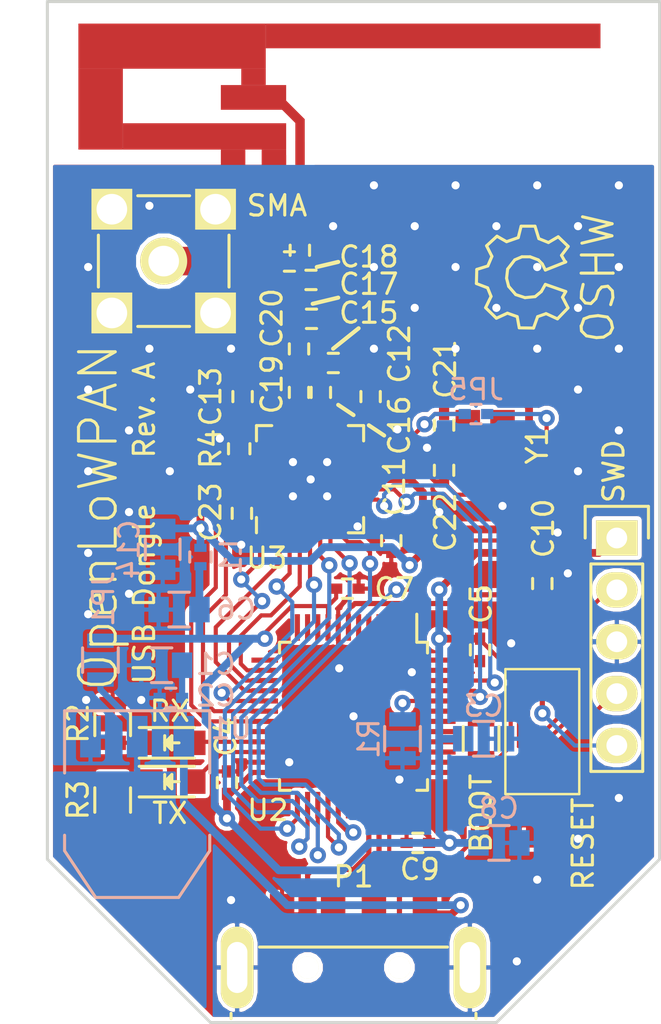
<source format=kicad_pcb>
(kicad_pcb (version 20170123) (host pcbnew "(2017-05-16 revision e79f97860)-master")
  (layers (0 F.Cu signal) (31 B.Cu signal) (34 B.Paste user) (35 F.Paste user) (36 B.SilkS user) (37 F.SilkS user) (38 B.Mask user) (39 F.Mask user) (44 Edge.Cuts user))
  (net 0 "")
  (net 1 GND)
  (net 2 "Net-(A1-Pad1)")
  (net 3 +5V)
  (net 4 VCC)
  (net 5 "/STM32 Microcontroller & Power/~RESET")
  (net 6 /Radio/RF_VDD)
  (net 7 "Net-(C15-Pad1)")
  (net 8 "Net-(C16-Pad2)")
  (net 9 "Net-(C19-Pad2)")
  (net 10 "Net-(C21-Pad1)")
  (net 11 "Net-(C22-Pad1)")
  (net 12 "Net-(C23-Pad1)")
  (net 13 "Net-(D1-Pad2)")
  (net 14 "Net-(D1-Pad1)")
  (net 15 "Net-(D2-Pad2)")
  (net 16 "Net-(D2-Pad1)")
  (net 17 "Net-(JP1-Pad1)")
  (net 18 "Net-(JP2-Pad2)")
  (net 19 "Net-(JP3-Pad1)")
  (net 20 /Radio/RF_MCO)
  (net 21 "/STM32 Microcontroller & Power/D+")
  (net 22 "/STM32 Microcontroller & Power/D-")
  (net 23 "/STM32 Microcontroller & Power/SWCLK")
  (net 24 "/STM32 Microcontroller & Power/SWDIO")
  (net 25 "Net-(R4-Pad1)")
  (net 26 /Radio/RF_MISO)
  (net 27 /Radio/RF_MOSI)
  (net 28 /Radio/RF_nPDN)
  (net 29 /Radio/RF_nRST)
  (net 30 /Radio/RF_GPIO0)
  (net 31 /Radio/RF_GPIO1)
  (net 32 /Radio/RF_GPIO2)
  (net 33 /Radio/RF_GPIO3)
  (net 34 /Radio/RF_GPIO4)
  (net 35 /Radio/RF_GPIO5)
  (net 36 /Radio/RF_SCK)
  (net 37 /Radio/RF_nCS)
  (module dongle:USBA-M-SM (layer F.Cu) (at 98 114.3)
    (fp_text reference P1 (at 0 -4.445) (layer F.SilkS))
    (fp_text value USB)
    (pad "" np_thru_hole circle (at 2.25 0) (size 1.1 1.1) (drill 1.1) (layers *.Cu *.Mask F.SilkS))
    (pad "" np_thru_hole circle (at -2.25 0) (size 1.1 1.1) (drill 1.1) (layers *.Cu *.Mask F.SilkS))
    (pad 1 smd rect (at 3.5 -2.6) (size 1.2 2) (layers F.Cu F.Paste F.Mask) (net 3 +5V))
    (pad 4 smd rect (at -3.5 -2.6) (size 1.2 2) (layers F.Cu F.Paste F.Mask) (net 1 GND))
    (pad 2 smd rect (at 1 -2.6) (size 1.2 2) (layers F.Cu F.Paste F.Mask) (net 22 "/STM32 Microcontroller & Power/D-"))
    (pad 3 smd rect (at -1 -2.6) (size 1.2 2) (layers F.Cu F.Paste F.Mask) (net 21 "/STM32 Microcontroller & Power/D+"))
    (pad 5 thru_hole oval (at 5.7 0) (size 1.6 4) (drill oval 1 2.5) (layers *.Cu *.Mask F.SilkS) (net 1 GND))
    (pad 5 thru_hole oval (at -5.7 0) (size 1.6 4) (drill oval 1 2.5) (layers *.Cu *.Mask F.SilkS) (net 1 GND))
  )
  (module Housings_QFP:LQFP-48_7x7mm_Pitch0.5mm (layer F.Cu) (at 98 102 270)
    (fp_text reference U2 (at 4.6 4.2) (layer F.SilkS))
    (fp_text value STM32F072C8Tx)
    (pad 1 smd rect (at -4.35 -2.75 270) (size 1.3 0.25) (layers F.Cu F.Paste F.Mask) (net 4 VCC))
    (pad 2 smd rect (at -4.35 -2.25 270) (size 1.3 0.25) (layers F.Cu F.Paste F.Mask))
    (pad 3 smd rect (at -4.35 -1.75 270) (size 1.3 0.25) (layers F.Cu F.Paste F.Mask))
    (pad 4 smd rect (at -4.35 -1.25 270) (size 1.3 0.25) (layers F.Cu F.Paste F.Mask))
    (pad 5 smd rect (at -4.35 -0.75 270) (size 1.3 0.25) (layers F.Cu F.Paste F.Mask))
    (pad 6 smd rect (at -4.35 -0.25 270) (size 1.3 0.25) (layers F.Cu F.Paste F.Mask))
    (pad 7 smd rect (at -4.35 0.25 270) (size 1.3 0.25) (layers F.Cu F.Paste F.Mask) (net 5 "/STM32 Microcontroller & Power/~RESET"))
    (pad 8 smd rect (at -4.35 0.75 270) (size 1.3 0.25) (layers F.Cu F.Paste F.Mask) (net 1 GND))
    (pad 9 smd rect (at -4.35 1.25 270) (size 1.3 0.25) (layers F.Cu F.Paste F.Mask) (net 4 VCC))
    (pad 10 smd rect (at -4.35 1.75 270) (size 1.3 0.25) (layers F.Cu F.Paste F.Mask))
    (pad 11 smd rect (at -4.35 2.25 270) (size 1.3 0.25) (layers F.Cu F.Paste F.Mask))
    (pad 12 smd rect (at -4.35 2.75 270) (size 1.3 0.25) (layers F.Cu F.Paste F.Mask))
    (pad 13 smd rect (at -2.75 4.35) (size 1.3 0.25) (layers F.Cu F.Paste F.Mask))
    (pad 14 smd rect (at -2.25 4.35) (size 1.3 0.25) (layers F.Cu F.Paste F.Mask) (net 37 /Radio/RF_nCS))
    (pad 15 smd rect (at -1.75 4.35) (size 1.3 0.25) (layers F.Cu F.Paste F.Mask) (net 36 /Radio/RF_SCK))
    (pad 16 smd rect (at -1.25 4.35) (size 1.3 0.25) (layers F.Cu F.Paste F.Mask) (net 26 /Radio/RF_MISO))
    (pad 17 smd rect (at -0.75 4.35) (size 1.3 0.25) (layers F.Cu F.Paste F.Mask) (net 27 /Radio/RF_MOSI))
    (pad 18 smd rect (at -0.25 4.35) (size 1.3 0.25) (layers F.Cu F.Paste F.Mask) (net 28 /Radio/RF_nPDN))
    (pad 19 smd rect (at 0.25 4.35) (size 1.3 0.25) (layers F.Cu F.Paste F.Mask) (net 29 /Radio/RF_nRST))
    (pad 20 smd rect (at 0.75 4.35) (size 1.3 0.25) (layers F.Cu F.Paste F.Mask))
    (pad 21 smd rect (at 1.25 4.35) (size 1.3 0.25) (layers F.Cu F.Paste F.Mask) (net 13 "Net-(D1-Pad2)"))
    (pad 22 smd rect (at 1.75 4.35) (size 1.3 0.25) (layers F.Cu F.Paste F.Mask) (net 15 "Net-(D2-Pad2)"))
    (pad 23 smd rect (at 2.25 4.35) (size 1.3 0.25) (layers F.Cu F.Paste F.Mask) (net 1 GND))
    (pad 24 smd rect (at 2.75 4.35) (size 1.3 0.25) (layers F.Cu F.Paste F.Mask) (net 4 VCC))
    (pad 25 smd rect (at 4.35 2.75 270) (size 1.3 0.25) (layers F.Cu F.Paste F.Mask) (net 35 /Radio/RF_GPIO5))
    (pad 26 smd rect (at 4.35 2.25 270) (size 1.3 0.25) (layers F.Cu F.Paste F.Mask) (net 34 /Radio/RF_GPIO4))
    (pad 27 smd rect (at 4.35 1.75 270) (size 1.3 0.25) (layers F.Cu F.Paste F.Mask) (net 33 /Radio/RF_GPIO3))
    (pad 28 smd rect (at 4.35 1.25 270) (size 1.3 0.25) (layers F.Cu F.Paste F.Mask) (net 32 /Radio/RF_GPIO2))
    (pad 29 smd rect (at 4.35 0.75 270) (size 1.3 0.25) (layers F.Cu F.Paste F.Mask) (net 20 /Radio/RF_MCO))
    (pad 30 smd rect (at 4.35 0.25 270) (size 1.3 0.25) (layers F.Cu F.Paste F.Mask))
    (pad 31 smd rect (at 4.35 -0.25 270) (size 1.3 0.25) (layers F.Cu F.Paste F.Mask))
    (pad 32 smd rect (at 4.35 -0.75 270) (size 1.3 0.25) (layers F.Cu F.Paste F.Mask) (net 22 "/STM32 Microcontroller & Power/D-"))
    (pad 33 smd rect (at 4.35 -1.25 270) (size 1.3 0.25) (layers F.Cu F.Paste F.Mask) (net 21 "/STM32 Microcontroller & Power/D+"))
    (pad 34 smd rect (at 4.35 -1.75 270) (size 1.3 0.25) (layers F.Cu F.Paste F.Mask) (net 24 "/STM32 Microcontroller & Power/SWDIO"))
    (pad 35 smd rect (at 4.35 -2.25 270) (size 1.3 0.25) (layers F.Cu F.Paste F.Mask) (net 1 GND))
    (pad 36 smd rect (at 4.35 -2.75 270) (size 1.3 0.25) (layers F.Cu F.Paste F.Mask) (net 4 VCC))
    (pad 37 smd rect (at 2.75 -4.35) (size 1.3 0.25) (layers F.Cu F.Paste F.Mask) (net 23 "/STM32 Microcontroller & Power/SWCLK"))
    (pad 38 smd rect (at 2.25 -4.35) (size 1.3 0.25) (layers F.Cu F.Paste F.Mask))
    (pad 39 smd rect (at 1.75 -4.35) (size 1.3 0.25) (layers F.Cu F.Paste F.Mask))
    (pad 40 smd rect (at 1.25 -4.35) (size 1.3 0.25) (layers F.Cu F.Paste F.Mask))
    (pad 41 smd rect (at 0.75 -4.35) (size 1.3 0.25) (layers F.Cu F.Paste F.Mask))
    (pad 42 smd rect (at 0.25 -4.35) (size 1.3 0.25) (layers F.Cu F.Paste F.Mask))
    (pad 43 smd rect (at -0.25 -4.35) (size 1.3 0.25) (layers F.Cu F.Paste F.Mask))
    (pad 44 smd rect (at -0.75 -4.35) (size 1.3 0.25) (layers F.Cu F.Paste F.Mask) (net 18 "Net-(JP2-Pad2)"))
    (pad 45 smd rect (at -1.25 -4.35) (size 1.3 0.25) (layers F.Cu F.Paste F.Mask) (net 30 /Radio/RF_GPIO0))
    (pad 46 smd rect (at -1.75 -4.35) (size 1.3 0.25) (layers F.Cu F.Paste F.Mask) (net 31 /Radio/RF_GPIO1))
    (pad 47 smd rect (at -2.25 -4.35) (size 1.3 0.25) (layers F.Cu F.Paste F.Mask) (net 1 GND))
    (pad 48 smd rect (at -2.75 -4.35) (size 1.3 0.25) (layers F.Cu F.Paste F.Mask) (net 4 VCC))
  )
  (module Resistors_SMD:R_0805 (layer F.Cu) (at 104.25 103.1 90)
    (fp_text reference JP2 hide)
    (fp_text value BOOT (at -3.65 0 90) (layer F.SilkS))
    (pad 1 smd rect (at -0.95 0 90) (size 0.7 1.3) (layers F.Cu F.Paste F.Mask) (net 4 VCC))
    (pad 2 smd rect (at 0.95 0 90) (size 0.7 1.3) (layers F.Cu F.Paste F.Mask) (net 18 "Net-(JP2-Pad2)"))
  )
  (module Capacitors_SMD:C_0402 (layer F.Cu) (at 97.7 95.75)
    (fp_text reference C7 (at 2.3 0) (layer F.SilkS))
    (fp_text value 100nF)
    (pad 1 smd rect (at -0.55 0) (size 0.6 0.5) (layers F.Cu F.Paste F.Mask) (net 4 VCC))
    (pad 2 smd rect (at 0.55 0) (size 0.6 0.5) (layers F.Cu F.Paste F.Mask) (net 1 GND))
  )
  (module Capacitors_SMD:C_0805 (layer B.Cu) (at 88.6 99.5 180)
    (fp_text reference C1 (at -2.65 0.05 180) (layer B.SilkS) (effects (justify mirror)))
    (fp_text value 4.7µF)
    (pad 1 smd rect (at -1 0 180) (size 1 1.25) (layers B.Cu B.Paste B.Mask) (net 3 +5V))
    (pad 2 smd rect (at 1 0 180) (size 1 1.25) (layers B.Cu B.Paste B.Mask) (net 1 GND))
  )
  (module Capacitors_SMD:C_0402 (layer B.Cu) (at 89.05 101.1 180)
    (fp_text reference C2 (at -2.2 0.1 180) (layer B.SilkS) (effects (justify mirror)))
    (fp_text value 100nF)
    (pad 1 smd rect (at -0.55 0 180) (size 0.6 0.5) (layers B.Cu B.Paste B.Mask) (net 3 +5V))
    (pad 2 smd rect (at 0.55 0 180) (size 0.6 0.5) (layers B.Cu B.Paste B.Mask) (net 1 GND))
  )
  (module Capacitors_SMD:C_0805 (layer B.Cu) (at 104.375 103.1)
    (fp_text reference C3 (at 0 -1.6) (layer B.SilkS) (effects (justify mirror)))
    (fp_text value 4.7µF)
    (pad 1 smd rect (at -1 0) (size 1 1.25) (layers B.Cu B.Paste B.Mask) (net 4 VCC))
    (pad 2 smd rect (at 1 0) (size 1 1.25) (layers B.Cu B.Paste B.Mask) (net 1 GND))
  )
  (module Capacitors_SMD:C_0402 (layer F.Cu) (at 91.8 105.25 90)
    (fp_text reference C4 (at 2.25 -0.05 90) (layer F.SilkS))
    (fp_text value 100nF)
    (pad 1 smd rect (at -0.55 0 90) (size 0.6 0.5) (layers F.Cu F.Paste F.Mask) (net 4 VCC))
    (pad 2 smd rect (at 0.55 0 90) (size 0.6 0.5) (layers F.Cu F.Paste F.Mask) (net 1 GND))
  )
  (module Capacitors_SMD:C_0402 (layer F.Cu) (at 104.2 98.75 270)
    (fp_text reference C5 (at -2.25 -0.05 270) (layer F.SilkS))
    (fp_text value 100nF)
    (pad 1 smd rect (at -0.55 0 270) (size 0.6 0.5) (layers F.Cu F.Paste F.Mask) (net 4 VCC))
    (pad 2 smd rect (at 0.55 0 270) (size 0.6 0.5) (layers F.Cu F.Paste F.Mask) (net 1 GND))
  )
  (module Capacitors_SMD:C_0805 (layer B.Cu) (at 89.45 96.775 180)
    (fp_text reference C6 (at -2.8 0.025 180) (layer B.SilkS) (effects (justify mirror)))
    (fp_text value 4.7µF)
    (pad 1 smd rect (at -1 0 180) (size 1 1.25) (layers B.Cu B.Paste B.Mask) (net 4 VCC))
    (pad 2 smd rect (at 1 0 180) (size 1 1.25) (layers B.Cu B.Paste B.Mask) (net 1 GND))
  )
  (module Capacitors_SMD:C_0805 (layer B.Cu) (at 105.125 108.2)
    (fp_text reference C8 (at 0 -1.7) (layer B.SilkS) (effects (justify mirror)))
    (fp_text value 4.7µF)
    (pad 1 smd rect (at -1 0) (size 1 1.25) (layers B.Cu B.Paste B.Mask) (net 4 VCC))
    (pad 2 smd rect (at 1 0) (size 1 1.25) (layers B.Cu B.Paste B.Mask) (net 1 GND))
  )
  (module Capacitors_SMD:C_0402 (layer F.Cu) (at 101.15 108.2 180)
    (fp_text reference C9 (at -0.1 -1.3 180) (layer F.SilkS))
    (fp_text value 100nF)
    (pad 1 smd rect (at -0.55 0 180) (size 0.6 0.5) (layers F.Cu F.Paste F.Mask) (net 4 VCC))
    (pad 2 smd rect (at 0.55 0 180) (size 0.6 0.5) (layers F.Cu F.Paste F.Mask) (net 1 GND))
  )
  (module Capacitors_SMD:C_0402 (layer F.Cu) (at 107.25 95.5 90)
    (fp_text reference C10 (at 2.7 0.05 90) (layer F.SilkS))
    (fp_text value 100nF)
    (pad 1 smd rect (at -0.55 0 90) (size 0.6 0.5) (layers F.Cu F.Paste F.Mask) (net 5 "/STM32 Microcontroller & Power/~RESET"))
    (pad 2 smd rect (at 0.55 0 90) (size 0.6 0.5) (layers F.Cu F.Paste F.Mask) (net 1 GND))
  )
  (module Capacitors_SMD:C_0402 (layer F.Cu) (at 99.85 93.4 270)
    (fp_text reference C11 (at -2.65 -0.15 270) (layer F.SilkS))
    (fp_text value 100nF)
    (pad 1 smd rect (at -0.55 0 270) (size 0.6 0.5) (layers F.Cu F.Paste F.Mask) (net 6 /Radio/RF_VDD))
    (pad 2 smd rect (at 0.55 0 270) (size 0.6 0.5) (layers F.Cu F.Paste F.Mask) (net 1 GND))
  )
  (module Capacitors_SMD:C_0402 (layer F.Cu) (at 98.837184 86.34542 90)
    (fp_text reference C12 (at 2.09542 1.412816 90) (layer F.SilkS))
    (fp_text value 100nF)
    (pad 1 smd rect (at -0.55 0 90) (size 0.6 0.5) (layers F.Cu F.Paste F.Mask) (net 6 /Radio/RF_VDD))
    (pad 2 smd rect (at 0.55 0 90) (size 0.6 0.5) (layers F.Cu F.Paste F.Mask) (net 1 GND))
  )
  (module Capacitors_SMD:C_0402 (layer F.Cu) (at 92.564654 86.345367 90)
    (fp_text reference C13 (at 0 -1.564654 90) (layer F.SilkS))
    (fp_text value 100nF)
    (pad 1 smd rect (at -0.55 0 90) (size 0.6 0.5) (layers F.Cu F.Paste F.Mask) (net 6 /Radio/RF_VDD))
    (pad 2 smd rect (at 0.55 0 90) (size 0.6 0.5) (layers F.Cu F.Paste F.Mask) (net 1 GND))
  )
  (module Capacitors_SMD:C_0805 (layer B.Cu) (at 88.65 93.825 270)
    (fp_text reference C14 (at 0 1.65 270) (layer B.SilkS) (effects (justify mirror)))
    (fp_text value 4.7µF)
    (pad 1 smd rect (at -1 0 270) (size 1 1.25) (layers B.Cu B.Paste B.Mask) (net 6 /Radio/RF_VDD))
    (pad 2 smd rect (at 1 0 270) (size 1 1.25) (layers B.Cu B.Paste B.Mask) (net 1 GND))
  )
  (module Capacitors_SMD:C_0402 (layer F.Cu) (at 97.01 84.7)
    (fp_text reference C15 (at 1.74 -2.45) (layer F.SilkS))
    (fp_text value 1.8pF)
    (pad 1 smd rect (at -0.55 0) (size 0.6 0.5) (layers F.Cu F.Paste F.Mask) (net 7 "Net-(C15-Pad1)"))
    (pad 2 smd rect (at 0.55 0) (size 0.6 0.5) (layers F.Cu F.Paste F.Mask) (net 1 GND))
  )
  (module Capacitors_SMD:C_0402 (layer F.Cu) (at 96.4 86.14 270)
    (fp_text reference C16 (at 1.61 -3.85 270) (layer F.SilkS))
    (fp_text value 39pF)
    (pad 1 smd rect (at -0.55 0 270) (size 0.6 0.5) (layers F.Cu F.Paste F.Mask) (net 7 "Net-(C15-Pad1)"))
    (pad 2 smd rect (at 0.55 0 270) (size 0.6 0.5) (layers F.Cu F.Paste F.Mask) (net 8 "Net-(C16-Pad2)"))
  )
  (module Capacitors_SMD:C_0402 (layer F.Cu) (at 95.941547 82.5366)
    (fp_text reference C17 (at 2.808453 -1.7) (layer F.SilkS))
    (fp_text value 1.8pF)
    (pad 1 smd rect (at -0.55 0) (size 0.6 0.5) (layers F.Cu F.Paste F.Mask) (net 7 "Net-(C15-Pad1)"))
    (pad 2 smd rect (at 0.55 0) (size 0.6 0.5) (layers F.Cu F.Paste F.Mask) (net 1 GND))
  )
  (module Capacitors_SMD:C_0402 (layer F.Cu) (at 95.915967 80.6316)
    (fp_text reference C18 (at 2.834033 -1.1316) (layer F.SilkS))
    (fp_text value 1pF)
    (pad 1 smd rect (at -0.55 0) (size 0.6 0.5) (layers F.Cu F.Paste F.Mask) (net 7 "Net-(C15-Pad1)"))
    (pad 2 smd rect (at 0.55 0) (size 0.6 0.5) (layers F.Cu F.Paste F.Mask) (net 1 GND))
  )
  (module Capacitors_SMD:C_0402 (layer F.Cu) (at 95.33 86.14 270)
    (fp_text reference C19 (at -0.39 1.33 270) (layer F.SilkS))
    (fp_text value 82pF)
    (pad 1 smd rect (at -0.55 0 270) (size 0.6 0.5) (layers F.Cu F.Paste F.Mask) (net 1 GND))
    (pad 2 smd rect (at 0.55 0 270) (size 0.6 0.5) (layers F.Cu F.Paste F.Mask) (net 9 "Net-(C19-Pad2)"))
  )
  (module Capacitors_SMD:C_0402 (layer F.Cu) (at 95.33 84.01 270)
    (fp_text reference C20 (at -1.51 1.33 270) (layer F.SilkS))
    (fp_text value 1.5pF)
    (pad 1 smd rect (at -0.55 0 270) (size 0.6 0.5) (layers F.Cu F.Paste F.Mask) (net 7 "Net-(C15-Pad1)"))
    (pad 2 smd rect (at 0.55 0 270) (size 0.6 0.5) (layers F.Cu F.Paste F.Mask) (net 1 GND))
  )
  (module Capacitors_SMD:C_0402 (layer F.Cu) (at 102.43706 87.743747 270)
    (fp_text reference C21 (at -2.743747 -0.06294 270) (layer F.SilkS))
    (fp_text value 22pF)
    (pad 1 smd rect (at -0.55 0 270) (size 0.6 0.5) (layers F.Cu F.Paste F.Mask) (net 10 "Net-(C21-Pad1)"))
    (pad 2 smd rect (at 0.55 0 270) (size 0.6 0.5) (layers F.Cu F.Paste F.Mask) (net 1 GND))
  )
  (module Capacitors_SMD:C_0402 (layer F.Cu) (at 102.43706 89.953727 90)
    (fp_text reference C22 (at -2.546273 0.06294 90) (layer F.SilkS))
    (fp_text value 22pF)
    (pad 1 smd rect (at -0.55 0 90) (size 0.6 0.5) (layers F.Cu F.Paste F.Mask) (net 11 "Net-(C22-Pad1)"))
    (pad 2 smd rect (at 0.55 0 90) (size 0.6 0.5) (layers F.Cu F.Paste F.Mask) (net 1 GND))
  )
  (module Capacitors_SMD:C_0402 (layer F.Cu) (at 92.53106 92.061927 270)
    (fp_text reference C23 (at -0.061927 1.53106 270) (layer F.SilkS))
    (fp_text value 100nF)
    (pad 1 smd rect (at -0.55 0 270) (size 0.6 0.5) (layers F.Cu F.Paste F.Mask) (net 12 "Net-(C23-Pad1)"))
    (pad 2 smd rect (at 0.55 0 270) (size 0.6 0.5) (layers F.Cu F.Paste F.Mask) (net 1 GND))
  )
  (module LEDs:LED_0805 (layer F.Cu) (at 89.1 103.3)
    (fp_text reference D1 hide)
    (fp_text value RX (at -0.1 -1.55) (layer F.SilkS))
    (pad 2 smd rect (at 1.04902 0 180) (size 1.19888 1.19888) (layers F.Cu F.Paste F.Mask) (net 13 "Net-(D1-Pad2)"))
    (pad 1 smd rect (at -1.04902 0 180) (size 1.19888 1.19888) (layers F.Cu F.Paste F.Mask) (net 14 "Net-(D1-Pad1)"))
  )
  (module LEDs:LED_0805 (layer F.Cu) (at 89.1 105.2)
    (fp_text reference D2 hide)
    (fp_text value TX (at -0.1 1.55) (layer F.SilkS))
    (pad 2 smd rect (at 1.04902 0 180) (size 1.19888 1.19888) (layers F.Cu F.Paste F.Mask) (net 15 "Net-(D2-Pad2)"))
    (pad 1 smd rect (at -1.04902 0 180) (size 1.19888 1.19888) (layers F.Cu F.Paste F.Mask) (net 16 "Net-(D2-Pad1)"))
  )
  (module Resistors_SMD:R_0805 (layer B.Cu) (at 85.6 99.25 90)
    (fp_text reference JP1 (at 3 0.15 90) (layer B.SilkS) (effects (justify mirror)))
    (fp_text value Jumper_NC_Small)
    (pad 1 smd rect (at -0.95 0 90) (size 0.7 1.3) (layers B.Cu B.Paste B.Mask) (net 17 "Net-(JP1-Pad1)"))
    (pad 2 smd rect (at 0.95 0 90) (size 0.7 1.3) (layers B.Cu B.Paste B.Mask) (net 4 VCC))
  )
  (module Resistors_SMD:R_0402 (layer B.Cu) (at 90.5 94.2 90)
    (fp_text reference L1 (at 0 1.5 90) (layer B.SilkS) (effects (justify mirror)))
    (fp_text value 1K)
    (pad 1 smd rect (at -0.45 0 90) (size 0.4 0.6) (layers B.Cu B.Paste B.Mask) (net 4 VCC))
    (pad 2 smd rect (at 0.45 0 90) (size 0.4 0.6) (layers B.Cu B.Paste B.Mask) (net 6 /Radio/RF_VDD))
  )
  (module Pin_Headers:Pin_Header_Straight_1x05 (layer F.Cu) (at 110.9 93.27)
    (fp_text reference P2 hide)
    (fp_text value SWD (at -0.15 -3.27 90) (layer F.SilkS))
    (pad 1 thru_hole rect (at 0 0) (size 2.032 1.7272) (drill 1.016) (layers *.Cu *.Mask F.SilkS) (net 4 VCC))
    (pad 2 thru_hole oval (at 0 2.54) (size 2.032 1.7272) (drill 1.016) (layers *.Cu *.Mask F.SilkS) (net 23 "/STM32 Microcontroller & Power/SWCLK"))
    (pad 3 thru_hole oval (at 0 5.08) (size 2.032 1.7272) (drill 1.016) (layers *.Cu *.Mask F.SilkS) (net 1 GND))
    (pad 4 thru_hole oval (at 0 7.62) (size 2.032 1.7272) (drill 1.016) (layers *.Cu *.Mask F.SilkS) (net 24 "/STM32 Microcontroller & Power/SWDIO"))
    (pad 5 thru_hole oval (at 0 10.16) (size 2.032 1.7272) (drill 1.016) (layers *.Cu *.Mask F.SilkS) (net 5 "/STM32 Microcontroller & Power/~RESET"))
  )
  (module dongle:SMA (layer F.Cu) (at 88.7 79.71)
    (fp_text reference P3 hide)
    (fp_text value SMA (at 5.55 -2.71) (layer F.SilkS))
    (pad 2 thru_hole rect (at 2.54 -2.54) (size 2 2) (drill 1.5) (layers *.Cu *.Mask F.SilkS) (net 1 GND))
    (pad 2 thru_hole rect (at -2.54 -2.54) (size 2 2) (drill 1.5) (layers *.Cu *.Mask F.SilkS) (net 1 GND))
    (pad 2 thru_hole rect (at -2.54 2.54) (size 2 2) (drill 1.5) (layers *.Cu *.Mask F.SilkS) (net 1 GND))
    (pad 2 thru_hole rect (at 2.54 2.54) (size 2 2) (drill 1.5) (layers *.Cu *.Mask F.SilkS) (net 1 GND))
    (pad 1 thru_hole circle (at 0 0) (size 2.3 2.3) (drill 1.5) (layers *.Cu *.Mask F.SilkS) (net 19 "Net-(JP3-Pad1)"))
  )
  (module Resistors_SMD:R_0805 (layer B.Cu) (at 100.4 103.1 270)
    (fp_text reference R1 (at 0 1.65 270) (layer B.SilkS) (effects (justify mirror)))
    (fp_text value 100k)
    (pad 1 smd rect (at -0.95 0 270) (size 0.7 1.3) (layers B.Cu B.Paste B.Mask) (net 18 "Net-(JP2-Pad2)"))
    (pad 2 smd rect (at 0.95 0 270) (size 0.7 1.3) (layers B.Cu B.Paste B.Mask) (net 1 GND))
  )
  (module Resistors_SMD:R_0805 (layer F.Cu) (at 86.2 102.35 90)
    (fp_text reference R2 (at 0 -1.7 90) (layer F.SilkS))
    (fp_text value 1k)
    (pad 1 smd rect (at -0.95 0 90) (size 0.7 1.3) (layers F.Cu F.Paste F.Mask) (net 14 "Net-(D1-Pad1)"))
    (pad 2 smd rect (at 0.95 0 90) (size 0.7 1.3) (layers F.Cu F.Paste F.Mask) (net 1 GND))
  )
  (module Resistors_SMD:R_0805 (layer F.Cu) (at 86.2 106.1 270)
    (fp_text reference R3 (at 0 1.7 270) (layer F.SilkS))
    (fp_text value 1k)
    (pad 1 smd rect (at -0.95 0 270) (size 0.7 1.3) (layers F.Cu F.Paste F.Mask) (net 16 "Net-(D2-Pad1)"))
    (pad 2 smd rect (at 0.95 0 270) (size 0.7 1.3) (layers F.Cu F.Paste F.Mask) (net 1 GND))
  )
  (module Resistors_SMD:R_0402 (layer F.Cu) (at 92.4 88.9 90)
    (fp_text reference R4 (at 0 -1.4 90) (layer F.SilkS))
    (fp_text value 56k)
    (pad 1 smd rect (at -0.45 0 90) (size 0.4 0.6) (layers F.Cu F.Paste F.Mask) (net 25 "Net-(R4-Pad1)"))
    (pad 2 smd rect (at 0.45 0 90) (size 0.4 0.6) (layers F.Cu F.Paste F.Mask) (net 1 GND))
  )
  (module TO_SOT_Packages_SMD:SOT-223 (layer B.Cu) (at 87.4 106.3)
    (fp_text reference U1 (at 4.6 -3.702) (layer B.SilkS) (effects (justify mirror)))
    (fp_text value NCP1117ST33T3G)
    (pad 2 smd rect (at 0 3.302) (size 3.6576 2.032) (layers B.Cu B.Paste B.Mask) (net 17 "Net-(JP1-Pad1)"))
    (pad 2 smd rect (at 0 -3.302) (size 1.016 2.032) (layers B.Cu B.Paste B.Mask) (net 17 "Net-(JP1-Pad1)"))
    (pad 3 smd rect (at 2.286 -3.302) (size 1.016 2.032) (layers B.Cu B.Paste B.Mask) (net 3 +5V))
    (pad 1 smd rect (at -2.286 -3.302) (size 1.016 2.032) (layers B.Cu B.Paste B.Mask) (net 1 GND))
  )
  (module Housings_DFN_QFN:QFN-28-1EP_5x5mm_Pitch0.5mm (layer F.Cu) (at 95.87 90.39 90)
    (fp_text reference U3 (at -3.86 -2.12 180) (layer F.SilkS))
    (fp_text value CC2520)
    (pad 1 smd oval (at -2.45 -1.5 90) (size 0.85 0.3) (layers F.Cu F.Paste F.Mask) (net 26 /Radio/RF_MISO))
    (pad 2 smd oval (at -2.45 -1 90) (size 0.85 0.3) (layers F.Cu F.Paste F.Mask) (net 27 /Radio/RF_MOSI))
    (pad 3 smd oval (at -2.45 -0.5 90) (size 0.85 0.3) (layers F.Cu F.Paste F.Mask) (net 37 /Radio/RF_nCS))
    (pad 4 smd oval (at -2.45 0 90) (size 0.85 0.3) (layers F.Cu F.Paste F.Mask) (net 35 /Radio/RF_GPIO5))
    (pad 5 smd oval (at -2.45 0.5 90) (size 0.85 0.3) (layers F.Cu F.Paste F.Mask) (net 34 /Radio/RF_GPIO4))
    (pad 6 smd oval (at -2.45 1 90) (size 0.85 0.3) (layers F.Cu F.Paste F.Mask) (net 33 /Radio/RF_GPIO3))
    (pad 7 smd oval (at -2.45 1.5 90) (size 0.85 0.3) (layers F.Cu F.Paste F.Mask) (net 32 /Radio/RF_GPIO2))
    (pad 8 smd oval (at -1.5 2.45 180) (size 0.85 0.3) (layers F.Cu F.Paste F.Mask) (net 6 /Radio/RF_VDD))
    (pad 9 smd oval (at -1 2.45 180) (size 0.85 0.3) (layers F.Cu F.Paste F.Mask) (net 31 /Radio/RF_GPIO1))
    (pad 10 smd oval (at -0.5 2.45 180) (size 0.85 0.3) (layers F.Cu F.Paste F.Mask) (net 30 /Radio/RF_GPIO0))
    (pad 11 smd oval (at 0 2.45 180) (size 0.85 0.3) (layers F.Cu F.Paste F.Mask) (net 6 /Radio/RF_VDD))
    (pad 12 smd oval (at 0.5 2.45 180) (size 0.85 0.3) (layers F.Cu F.Paste F.Mask) (net 11 "Net-(C22-Pad1)"))
    (pad 13 smd oval (at 1 2.45 180) (size 0.85 0.3) (layers F.Cu F.Paste F.Mask) (net 10 "Net-(C21-Pad1)"))
    (pad 14 smd oval (at 1.5 2.45 180) (size 0.85 0.3) (layers F.Cu F.Paste F.Mask) (net 6 /Radio/RF_VDD))
    (pad 15 smd oval (at 2.45 1.5 90) (size 0.85 0.3) (layers F.Cu F.Paste F.Mask))
    (pad 16 smd oval (at 2.45 1 90) (size 0.85 0.3) (layers F.Cu F.Paste F.Mask) (net 6 /Radio/RF_VDD))
    (pad 17 smd oval (at 2.45 0.5 90) (size 0.85 0.3) (layers F.Cu F.Paste F.Mask) (net 8 "Net-(C16-Pad2)"))
    (pad 18 smd oval (at 2.45 0 90) (size 0.85 0.3) (layers F.Cu F.Paste F.Mask))
    (pad 19 smd oval (at 2.45 -0.5 90) (size 0.85 0.3) (layers F.Cu F.Paste F.Mask) (net 9 "Net-(C19-Pad2)"))
    (pad 20 smd oval (at 2.45 -1 90) (size 0.85 0.3) (layers F.Cu F.Paste F.Mask) (net 6 /Radio/RF_VDD))
    (pad 21 smd oval (at 2.45 -1.5 90) (size 0.85 0.3) (layers F.Cu F.Paste F.Mask))
    (pad 22 smd oval (at 1.5 -2.45 180) (size 0.85 0.3) (layers F.Cu F.Paste F.Mask) (net 6 /Radio/RF_VDD))
    (pad 23 smd oval (at 1 -2.45 180) (size 0.85 0.3) (layers F.Cu F.Paste F.Mask) (net 25 "Net-(R4-Pad1)"))
    (pad 24 smd oval (at 0.5 -2.45 180) (size 0.85 0.3) (layers F.Cu F.Paste F.Mask) (net 6 /Radio/RF_VDD))
    (pad 25 smd oval (at 0 -2.45 180) (size 0.85 0.3) (layers F.Cu F.Paste F.Mask) (net 29 /Radio/RF_nRST))
    (pad 26 smd oval (at -0.5 -2.45 180) (size 0.85 0.3) (layers F.Cu F.Paste F.Mask) (net 28 /Radio/RF_nPDN))
    (pad 27 smd oval (at -1 -2.45 180) (size 0.85 0.3) (layers F.Cu F.Paste F.Mask) (net 12 "Net-(C23-Pad1)"))
    (pad 28 smd oval (at -1.5 -2.45 180) (size 0.85 0.3) (layers F.Cu F.Paste F.Mask) (net 36 /Radio/RF_SCK))
    (pad 29 smd rect (at 0.8375 0.8375 90) (size 1.675 1.675) (layers F.Cu F.Paste F.Mask) (net 1 GND))
    (pad 29 smd rect (at 0.8375 -0.8375 90) (size 1.675 1.675) (layers F.Cu F.Paste F.Mask) (net 1 GND))
    (pad 29 smd rect (at -0.8375 0.8375 90) (size 1.675 1.675) (layers F.Cu F.Paste F.Mask) (net 1 GND))
    (pad 29 smd rect (at -0.8375 -0.8375 90) (size 1.675 1.675) (layers F.Cu F.Paste F.Mask) (net 1 GND))
  )
  (module dongle:Crystal_3225 (layer F.Cu) (at 104.45 88.8 270)
    (fp_text reference Y1 (at -0.05 -2.55 270) (layer F.SilkS))
    (fp_text value 32MHz)
    (pad 1 smd rect (at -1.1 0.85 270) (size 1.4 1.2) (layers F.Cu F.Paste F.Mask) (net 10 "Net-(C21-Pad1)"))
    (pad 2 smd rect (at 1.1 -0.85 270) (size 1.4 1.2) (layers F.Cu F.Paste F.Mask) (net 11 "Net-(C22-Pad1)"))
    (pad "" smd rect (at 1.1 0.85 270) (size 1.4 1.2) (layers F.Cu F.Paste F.Mask))
    (pad "" smd rect (at -1.1 -0.85 270) (size 1.4 1.2) (layers F.Cu F.Paste F.Mask))
  )
  (module Capacitors_SMD:C_0402 (layer F.Cu) (at 94.86 79.73)
    (fp_text reference JP3 hide)
    (fp_text value Jumper_NC_Small)
    (pad 1 smd rect (at -0.55 0) (size 0.6 0.5) (layers F.Cu F.Paste F.Mask) (net 19 "Net-(JP3-Pad1)"))
    (pad 2 smd rect (at 0.51 0) (size 0.5 0.5) (layers F.Cu F.Paste F.Mask) (net 7 "Net-(C15-Pad1)"))
  )
  (module Capacitors_SMD:C_0402 (layer F.Cu) (at 95.37 79.18 90)
    (fp_text reference JP4 hide)
    (fp_text value Jumper_NO_Small)
    (pad 1 smd rect (at -0.55 0 90) (size 0.6 0.5) (layers F.Cu F.Paste F.Mask) (net 7 "Net-(C15-Pad1)"))
    (pad 2 smd rect (at 0.55 0 90) (size 0.6 0.5) (layers F.Cu F.Paste F.Mask) (net 2 "Net-(A1-Pad1)"))
  )
  (module Capacitors_SMD:C_0402 (layer B.Cu) (at 104 87.2 180)
    (fp_text reference JP5 (at 0 1.2 180) (layer B.SilkS) (effects (justify mirror)))
    (fp_text value Jumper_NO_Small)
    (pad 1 smd rect (at -0.55 0 180) (size 0.6 0.5) (layers B.Cu B.Paste B.Mask) (net 20 /Radio/RF_MCO))
    (pad 2 smd rect (at 0.55 0 180) (size 0.6 0.5) (layers B.Cu B.Paste B.Mask) (net 10 "Net-(C21-Pad1)"))
  )
  (module dongle:INV_F_ANT (layer F.Cu) (at 93.7 69.29)
    (fp_text reference A1 hide)
    (fp_text value INV_F_ANT)
    (pad "" smd rect (at 8.2 -0.605) (size 16.4 1.21) (layers F.Cu F.Paste))
    (pad "" smd rect (at -4.59 -0.105) (size 9.18 2.21) (layers F.Cu F.Paste))
    (pad "" smd rect (at -0.6 1.4) (size 1.2 0.8) (layers F.Cu F.Paste))
    (pad "" smd rect (at -0.6 2.405) (size 3.2 1.21) (layers F.Cu F.Paste))
    (pad "" smd rect (at -8.09 2.98) (size 2.18 3.96) (layers F.Cu F.Paste))
    (pad "" smd rect (at -3 4.315) (size 8 1.29) (layers F.Cu F.Paste))
    (pad 2 smd rect (at 0.4 5.33) (size 1.2 0.74) (layers F.Cu F.Paste) (net 1 GND))
    (pad 3 smd rect (at -1.6 5.33) (size 1.2 0.74) (layers F.Cu F.Paste) (net 1 GND))
    (pad 1 smd rect (at 1.68 4.585) (size 0.46 2.23) (layers F.Cu F.Paste) (net 2 "Net-(A1-Pad1)"))
    (pad "" smd rect (at 1.04 2.925 45) (size 0.46 2) (layers F.Cu F.Paste))
  )
  (module Symbols:Symbol_OSHW-Logo_SilkScreen (layer F.Cu) (at 106.5 80.5 90)
    (fp_text reference REF** hide)
    (fp_text value Symbol_OSHW-Logo_SilkScreen hide)
  )
  (module Buttons_Switches_SMD:SW_SPST_FSMSM (layer F.Cu) (at 107.25 102.75 90)
    (fp_text reference RESET (at -5.5 2 90) (layer F.SilkS))
    (fp_text value RESET)
    (pad 2 smd rect (at 4.59 0 90) (size 2.18 1.6) (layers F.Cu F.Paste F.Mask) (net 5 "/STM32 Microcontroller & Power/~RESET"))
    (pad 1 smd rect (at -4.59 0 90) (size 2.18 1.6) (layers F.Cu F.Paste F.Mask) (net 1 GND))
  )
  (gr_text "Rev. A" (at 87.75 87 90) (layer F.SilkS) (effects (font (size 1 1))))
  (gr_text "USB Dongle" (at 87.75 96 90) (layer F.SilkS) (effects (font (size 1 1))))
  (gr_text OpenLoWPAN (at 85.5 92.25 90) (layer F.SilkS) (effects (font (size 1.8 1.8))))
  (gr_line (start 96.2 80) (end 97.25 79.75) (layer F.SilkS) (width 0.2))
  (gr_line (start 96 81.8) (end 97.25 81.5) (layer F.SilkS) (width 0.2))
  (gr_line (start 98.25 83) (end 97 84) (layer F.SilkS) (width 0.2))
  (gr_line (start 97.25 86.75) (end 98 87.25) (layer F.SilkS) (width 0.2))
  (gr_line (start 99.5 88.25) (end 98.75 87.75) (layer F.SilkS) (width 0.2))
  (gr_line (start 105 117) (end 113 109) (layer Edge.Cuts) (width 0.15))
  (gr_line (start 91 117) (end 105 117) (layer Edge.Cuts) (width 0.15))
  (gr_line (start 83 67) (end 83 109) (layer Edge.Cuts) (width 0.15))
  (gr_line (start 113 109) (end 113 67) (layer Edge.Cuts) (width 0.15))
  (gr_line (start 91 117) (end 83 109) (layer Edge.Cuts) (width 0.15))
  (gr_line (start 83 67) (end 113 67) (layer Edge.Cuts) (width 0.15))
  (segment (start 107 110) (end 107 113) (width 0.254) (layer F.Cu) (net 1))
  (segment (start 107 113) (end 106 114) (width 0.254) (layer F.Cu) (net 1))
  (via (at 106 114) (size 0.8) (drill 0.4) (layers F.Cu B.Cu) (net 1))
  (segment (start 109 108) (end 107 110) (width 0.254) (layer F.Cu) (net 1))
  (via (at 107 110) (size 0.8) (drill 0.4) (layers F.Cu B.Cu) (net 1))
  (segment (start 109 108) (end 111 106) (width 0.254) (layer F.Cu) (net 1))
  (via (at 111 106) (size 0.8) (drill 0.4) (layers F.Cu B.Cu) (net 1))
  (segment (start 107.25 107.34) (end 108.34 107.34) (width 0.254) (layer F.Cu) (net 1))
  (segment (start 108.34 107.34) (end 109 108) (width 0.254) (layer F.Cu) (net 1))
  (via (at 109 108) (size 0.8) (drill 0.4) (layers F.Cu B.Cu) (net 1))
  (segment (start 108 93) (end 106.600002 93) (width 0.254) (layer B.Cu) (net 1))
  (segment (start 106.600002 93) (end 105.300002 91.7) (width 0.254) (layer B.Cu) (net 1))
  (segment (start 108.5 95) (end 108.5 93.5) (width 0.254) (layer B.Cu) (net 1))
  (segment (start 108.5 93.5) (end 108 93) (width 0.254) (layer B.Cu) (net 1))
  (segment (start 110.9 98.35) (end 109.63 98.35) (width 0.254) (layer B.Cu) (net 1))
  (segment (start 109.63 98.35) (end 108.5 97.22) (width 0.254) (layer B.Cu) (net 1))
  (segment (start 108.5 97.22) (end 108.5 95.565685) (width 0.254) (layer B.Cu) (net 1))
  (segment (start 108.5 95.565685) (end 108.5 95) (width 0.254) (layer B.Cu) (net 1))
  (segment (start 107.25 94.95) (end 108.45 94.95) (width 0.254) (layer F.Cu) (net 1))
  (segment (start 108.45 94.95) (end 108.5 95) (width 0.254) (layer F.Cu) (net 1))
  (via (at 108.5 95) (size 0.8) (drill 0.4) (layers F.Cu B.Cu) (net 1))
  (segment (start 92.699982 111.7) (end 92.399999 111.400017) (width 0.254) (layer F.Cu) (net 1))
  (segment (start 94.5 111.7) (end 92.699982 111.7) (width 0.254) (layer F.Cu) (net 1))
  (segment (start 91.434315 111.000018) (end 92 111.000018) (width 0.254) (layer F.Cu) (net 1))
  (segment (start 91.000018 111.000018) (end 91.434315 111.000018) (width 0.254) (layer F.Cu) (net 1))
  (segment (start 88 108) (end 91.000018 111.000018) (width 0.254) (layer F.Cu) (net 1))
  (segment (start 92.399999 111.400017) (end 92 111.000018) (width 0.254) (layer F.Cu) (net 1))
  (via (at 92 111.000018) (size 0.8) (drill 0.4) (layers F.Cu B.Cu) (net 1))
  (segment (start 95.0325 89.5525) (end 95.0525 89.5525) (width 0.3048) (layer F.Cu) (net 1))
  (segment (start 95.0525 89.5525) (end 95.9 90.4) (width 0.3048) (layer F.Cu) (net 1))
  (segment (start 96.7075 89.5525) (end 96.7075 89.5925) (width 0.3048) (layer F.Cu) (net 1))
  (segment (start 96.7075 89.5925) (end 95.9 90.4) (width 0.3048) (layer F.Cu) (net 1))
  (segment (start 95.9 90.4) (end 95.9 90.42) (width 0.3048) (layer F.Cu) (net 1))
  (segment (start 95.9 90.42) (end 96.7075 91.2275) (width 0.3048) (layer F.Cu) (net 1))
  (segment (start 95.0325 91.2275) (end 95.0725 91.2275) (width 0.3048) (layer F.Cu) (net 1))
  (segment (start 95.0725 91.2275) (end 95.9 90.4) (width 0.3048) (layer F.Cu) (net 1))
  (via (at 95.9 90.4) (size 0.8) (drill 0.4) (layers F.Cu B.Cu) (net 1))
  (segment (start 92.1 74.62) (end 92.1 76.31) (width 0.3048) (layer F.Cu) (net 1))
  (segment (start 92.1 76.31) (end 91.24 77.17) (width 0.3048) (layer F.Cu) (net 1))
  (segment (start 94.1 76.7) (end 93.63 77.17) (width 0.3048) (layer F.Cu) (net 1))
  (segment (start 93.63 77.17) (end 91.24 77.17) (width 0.3048) (layer F.Cu) (net 1))
  (segment (start 94.1 74.62) (end 94.1 76.7) (width 0.3048) (layer F.Cu) (net 1))
  (segment (start 84.899997 101.765688) (end 84.899997 101.200003) (width 0.2032) (layer B.Cu) (net 1))
  (segment (start 84.899997 103.185997) (end 84.899997 101.765688) (width 0.2032) (layer B.Cu) (net 1))
  (segment (start 85.114 103.4) (end 84.899997 103.185997) (width 0.2032) (layer B.Cu) (net 1))
  (segment (start 84.949998 105) (end 84.949998 101.250004) (width 0.2032) (layer F.Cu) (net 1))
  (segment (start 84.949998 101.250004) (end 84.899997 101.200003) (width 0.2032) (layer F.Cu) (net 1))
  (via (at 84.899997 101.200003) (size 0.8) (drill 0.4) (layers F.Cu B.Cu) (net 1))
  (segment (start 86.55 107) (end 87 107) (width 0.2032) (layer F.Cu) (net 1))
  (segment (start 87 107) (end 88 108) (width 0.2032) (layer F.Cu) (net 1))
  (segment (start 86.2 107.05) (end 86.5 107.05) (width 0.2032) (layer F.Cu) (net 1))
  (segment (start 86.5 107.05) (end 86.55 107) (width 0.2032) (layer F.Cu) (net 1))
  (segment (start 86.2 101.4) (end 87.4 101.4) (width 0.2032) (layer F.Cu) (net 1))
  (segment (start 87.4 101.4) (end 87.6 101.2) (width 0.2032) (layer F.Cu) (net 1))
  (via (at 87.6 101.2) (size 0.8) (drill 0.4) (layers F.Cu B.Cu) (net 1))
  (segment (start 86.16 77.17) (end 87.83 77.17) (width 0.2032) (layer F.Cu) (net 1))
  (segment (start 87.83 77.17) (end 88 77) (width 0.2032) (layer F.Cu) (net 1))
  (via (at 88 77) (size 0.8) (drill 0.4) (layers F.Cu B.Cu) (net 1))
  (segment (start 86.16 82.25) (end 86.16 81.0468) (width 0.2032) (layer F.Cu) (net 1))
  (segment (start 86.16 81.0468) (end 85.1132 80) (width 0.2032) (layer F.Cu) (net 1))
  (via (at 85 80) (size 0.8) (drill 0.4) (layers F.Cu B.Cu) (net 1))
  (segment (start 85.1132 80) (end 85 80) (width 0.2032) (layer F.Cu) (net 1))
  (segment (start 97.3 99.65) (end 97.3 101.3) (width 0.2032) (layer F.Cu) (net 1))
  (segment (start 97.3 101.3) (end 98 102) (width 0.2032) (layer F.Cu) (net 1))
  (via (at 98 102) (size 0.8) (drill 0.4) (layers F.Cu B.Cu) (net 1))
  (segment (start 109 90) (end 109 92) (width 0.2032) (layer F.Cu) (net 1))
  (segment (start 109 92) (end 108 93) (width 0.2032) (layer F.Cu) (net 1))
  (via (at 108 93) (size 0.8) (drill 0.4) (layers F.Cu B.Cu) (net 1))
  (segment (start 109 88) (end 109 90) (width 0.2032) (layer F.Cu) (net 1))
  (segment (start 109 86) (end 109 88) (width 0.2032) (layer F.Cu) (net 1))
  (segment (start 109 88) (end 111 88) (width 0.2032) (layer F.Cu) (net 1))
  (via (at 111 88) (size 0.8) (drill 0.4) (layers F.Cu B.Cu) (net 1))
  (via (at 109 90) (size 0.8) (drill 0.4) (layers F.Cu B.Cu) (net 1))
  (segment (start 109 84) (end 111 84) (width 0.2032) (layer F.Cu) (net 1))
  (segment (start 107 84) (end 109 84) (width 0.2032) (layer F.Cu) (net 1))
  (segment (start 109 84) (end 109 86) (width 0.2032) (layer F.Cu) (net 1))
  (via (at 109 86) (size 0.8) (drill 0.4) (layers F.Cu B.Cu) (net 1))
  (via (at 111 84) (size 0.8) (drill 0.4) (layers F.Cu B.Cu) (net 1))
  (segment (start 103 84) (end 107 84) (width 0.2032) (layer F.Cu) (net 1))
  (via (at 107 84) (size 0.8) (drill 0.4) (layers F.Cu B.Cu) (net 1))
  (segment (start 99 84) (end 103 84) (width 0.2032) (layer F.Cu) (net 1))
  (via (at 103 84) (size 0.8) (drill 0.4) (layers F.Cu B.Cu) (net 1))
  (via (at 109 82) (size 0.8) (drill 0.4) (layers F.Cu B.Cu) (net 1))
  (segment (start 105 82) (end 109 82) (width 0.2032) (layer F.Cu) (net 1))
  (segment (start 101 82) (end 105 82) (width 0.2032) (layer F.Cu) (net 1))
  (via (at 105 82) (size 0.8) (drill 0.4) (layers F.Cu B.Cu) (net 1))
  (segment (start 99 82) (end 99 80) (width 0.2032) (layer F.Cu) (net 1))
  (segment (start 99 84) (end 99 82) (width 0.2032) (layer F.Cu) (net 1))
  (segment (start 99 82) (end 101 82) (width 0.2032) (layer F.Cu) (net 1))
  (via (at 101 82) (size 0.8) (drill 0.4) (layers F.Cu B.Cu) (net 1))
  (segment (start 107 80) (end 111 80) (width 0.2032) (layer F.Cu) (net 1))
  (via (at 111 80) (size 0.8) (drill 0.4) (layers F.Cu B.Cu) (net 1))
  (segment (start 103 80) (end 107 80) (width 0.2032) (layer F.Cu) (net 1))
  (via (at 107 80) (size 0.8) (drill 0.4) (layers F.Cu B.Cu) (net 1))
  (segment (start 99 80) (end 103 80) (width 0.2032) (layer F.Cu) (net 1))
  (via (at 103 80) (size 0.8) (drill 0.4) (layers F.Cu B.Cu) (net 1))
  (segment (start 107 76) (end 111 76) (width 0.2032) (layer F.Cu) (net 1))
  (via (at 111 76) (size 0.8) (drill 0.4) (layers F.Cu B.Cu) (net 1))
  (segment (start 103 76) (end 107 76) (width 0.2032) (layer F.Cu) (net 1))
  (via (at 107 76) (size 0.8) (drill 0.4) (layers F.Cu B.Cu) (net 1))
  (segment (start 99 76) (end 103 76) (width 0.2032) (layer F.Cu) (net 1))
  (via (at 103 76) (size 0.8) (drill 0.4) (layers F.Cu B.Cu) (net 1))
  (segment (start 105 78) (end 109 78) (width 0.2032) (layer F.Cu) (net 1))
  (via (at 109 78) (size 0.8) (drill 0.4) (layers F.Cu B.Cu) (net 1))
  (segment (start 101 78) (end 105 78) (width 0.2032) (layer F.Cu) (net 1))
  (via (at 105 78) (size 0.8) (drill 0.4) (layers F.Cu B.Cu) (net 1))
  (segment (start 99 78) (end 101 78) (width 0.2032) (layer F.Cu) (net 1))
  (via (at 101 78) (size 0.8) (drill 0.4) (layers F.Cu B.Cu) (net 1))
  (segment (start 99 78) (end 99 76) (width 0.2032) (layer F.Cu) (net 1))
  (segment (start 99 80) (end 99 78) (width 0.2032) (layer F.Cu) (net 1))
  (segment (start 99 78) (end 97 78) (width 0.2032) (layer F.Cu) (net 1))
  (via (at 97 78) (size 0.8) (drill 0.4) (layers F.Cu B.Cu) (net 1))
  (via (at 99 76) (size 0.8) (drill 0.4) (layers F.Cu B.Cu) (net 1))
  (via (at 99 80) (size 0.8) (drill 0.4) (layers F.Cu B.Cu) (net 1))
  (segment (start 98.48 84.04) (end 98.96 84.04) (width 0.2032) (layer F.Cu) (net 1))
  (segment (start 98.96 84.04) (end 99 84) (width 0.2032) (layer F.Cu) (net 1))
  (via (at 99 84) (size 0.8) (drill 0.4) (layers F.Cu B.Cu) (net 1))
  (segment (start 85 94) (end 85 97) (width 0.2032) (layer F.Cu) (net 1))
  (via (at 85 97) (size 0.8) (drill 0.4) (layers F.Cu B.Cu) (net 1))
  (segment (start 87 92) (end 87 96) (width 0.2032) (layer F.Cu) (net 1))
  (via (at 87 96) (size 0.8) (drill 0.4) (layers F.Cu B.Cu) (net 1))
  (segment (start 85 90) (end 85 94) (width 0.2032) (layer F.Cu) (net 1))
  (via (at 85 94) (size 0.8) (drill 0.4) (layers F.Cu B.Cu) (net 1))
  (segment (start 88 86) (end 85 86) (width 0.2032) (layer F.Cu) (net 1))
  (segment (start 90 86) (end 88 86) (width 0.2032) (layer F.Cu) (net 1))
  (segment (start 88 86) (end 88 84) (width 0.2032) (layer F.Cu) (net 1))
  (via (at 88 84) (size 0.8) (drill 0.4) (layers F.Cu B.Cu) (net 1))
  (via (at 85 86) (size 0.8) (drill 0.4) (layers F.Cu B.Cu) (net 1))
  (segment (start 87 90) (end 85 90) (width 0.2032) (layer F.Cu) (net 1))
  (segment (start 89 90) (end 87 90) (width 0.2032) (layer F.Cu) (net 1))
  (segment (start 87 90) (end 87 92) (width 0.2032) (layer F.Cu) (net 1))
  (via (at 87 92) (size 0.8) (drill 0.4) (layers F.Cu B.Cu) (net 1))
  (via (at 85 90) (size 0.8) (drill 0.4) (layers F.Cu B.Cu) (net 1))
  (segment (start 89 88) (end 89 90) (width 0.2032) (layer F.Cu) (net 1))
  (segment (start 89 87) (end 89 88) (width 0.2032) (layer F.Cu) (net 1))
  (segment (start 89 88) (end 87 88) (width 0.2032) (layer F.Cu) (net 1))
  (via (at 87 88) (size 0.8) (drill 0.4) (layers F.Cu B.Cu) (net 1))
  (segment (start 90 86) (end 89 87) (width 0.2032) (layer F.Cu) (net 1))
  (via (at 89 90) (size 0.8) (drill 0.4) (layers F.Cu B.Cu) (net 1))
  (segment (start 91.24 82.25) (end 91.24 84.76) (width 0.2032) (layer F.Cu) (net 1))
  (segment (start 91.24 84.76) (end 90 86) (width 0.2032) (layer F.Cu) (net 1))
  (via (at 90 86) (size 0.8) (drill 0.4) (layers F.Cu B.Cu) (net 1))
  (segment (start 91.24 82.25) (end 91.24 83.4532) (width 0.2032) (layer F.Cu) (net 1))
  (segment (start 91.24 83.4532) (end 91.7868 84) (width 0.2032) (layer F.Cu) (net 1))
  (segment (start 91.7868 84) (end 92 84) (width 0.2032) (layer F.Cu) (net 1))
  (segment (start 95.33 85.1) (end 94.8 85.1) (width 0.2032) (layer F.Cu) (net 1))
  (segment (start 94.8 85.1) (end 94.62 84.92) (width 0.2032) (layer F.Cu) (net 1))
  (segment (start 94.62 84.92) (end 94.62 84.65) (width 0.2032) (layer F.Cu) (net 1))
  (segment (start 94.62 84.65) (end 94.41 84.44) (width 0.2032) (layer F.Cu) (net 1))
  (segment (start 94.41 84.44) (end 92.44 84.44) (width 0.2032) (layer F.Cu) (net 1))
  (segment (start 92.44 84.44) (end 92 84) (width 0.2032) (layer F.Cu) (net 1))
  (via (at 92 84) (size 0.8) (drill 0.4) (layers F.Cu B.Cu) (net 1))
  (segment (start 92.5 93.6) (end 92.66 93.6) (width 0.381) (layer B.Cu) (net 1))
  (segment (start 92.66 93.6) (end 95.0325 91.2275) (width 0.381) (layer B.Cu) (net 1))
  (segment (start 100.948 99.75) (end 100.856 99.842) (width 0.2032) (layer F.Cu) (net 1))
  (segment (start 102.35 99.75) (end 100.948 99.75) (width 0.2032) (layer F.Cu) (net 1))
  (via (at 100.856 99.842) (size 0.8) (drill 0.4) (layers F.Cu B.Cu) (net 1))
  (segment (start 97.25 97.65) (end 97.25 99.6) (width 0.2032) (layer F.Cu) (net 1))
  (via (at 97.3 99.65) (size 0.8) (drill 0.4) (layers F.Cu B.Cu) (net 1))
  (segment (start 97.25 99.6) (end 97.3 99.65) (width 0.2032) (layer F.Cu) (net 1))
  (segment (start 93.65 104.25) (end 94.85 104.25) (width 0.2032) (layer F.Cu) (net 1))
  (via (at 94.85 104.25) (size 0.8) (drill 0.4) (layers F.Cu B.Cu) (net 1))
  (segment (start 100.25 106.35) (end 100.25 105.1) (width 0.2032) (layer F.Cu) (net 1))
  (via (at 100.25 105.1) (size 0.8) (drill 0.4) (layers F.Cu B.Cu) (net 1))
  (segment (start 91.24 77.17) (end 92.621 77.17) (width 0.381) (layer F.Cu) (net 1))
  (segment (start 92.621 77.17) (end 94.1 75.691) (width 0.381) (layer F.Cu) (net 1))
  (segment (start 94.1 75.691) (end 94.1 74.640501) (width 0.381) (layer F.Cu) (net 1))
  (segment (start 91.24 77.17) (end 91.24 75.789) (width 0.381) (layer F.Cu) (net 1))
  (segment (start 91.24 75.789) (end 92.1 74.929) (width 0.381) (layer F.Cu) (net 1))
  (segment (start 92.1 74.929) (end 92.1 74.640501) (width 0.381) (layer F.Cu) (net 1))
  (segment (start 105.300002 91.7) (end 102.5 91.7) (width 0.381) (layer F.Cu) (net 1))
  (segment (start 102.5 91.7) (end 102.2 92) (width 0.381) (layer F.Cu) (net 1))
  (via (at 102.2 92) (size 0.8) (drill 0.4) (layers F.Cu B.Cu) (net 1))
  (segment (start 110.9 98.35) (end 110.7476 98.35) (width 0.381) (layer B.Cu) (net 1))
  (via (at 105.300002 91.7) (size 0.8) (drill 0.4) (layers F.Cu B.Cu) (net 1))
  (segment (start 99.85 93.95) (end 99.3968 93.95) (width 0.2032) (layer F.Cu) (net 1))
  (segment (start 98.19795 92.75115) (end 98.19795 92.70205) (width 0.2032) (layer F.Cu) (net 1))
  (segment (start 99.3968 93.95) (end 98.19795 92.75115) (width 0.2032) (layer F.Cu) (net 1))
  (via (at 98.19795 92.70205) (size 0.8) (drill 0.4) (layers F.Cu B.Cu) (net 1))
  (segment (start 92.53106 92.611927) (end 92.53106 93.56894) (width 0.2032) (layer F.Cu) (net 1))
  (segment (start 92.53106 93.56894) (end 92.5 93.6) (width 0.2032) (layer F.Cu) (net 1))
  (via (at 92.5 93.6) (size 0.8) (drill 0.4) (layers F.Cu B.Cu) (net 1))
  (segment (start 110.9 98.35) (end 105.8 98.35) (width 0.2032) (layer B.Cu) (net 1))
  (segment (start 105.8 98.35) (end 105.725 98.425) (width 0.2032) (layer B.Cu) (net 1))
  (via (at 105.725 98.425) (size 0.8) (drill 0.4) (layers F.Cu B.Cu) (net 1))
  (via (at 96.7075 91.2275) (size 0.8) (drill 0.4) (layers F.Cu B.Cu) (net 1))
  (segment (start 95.0325 89.5525) (end 96.7075 89.5525) (width 0.2032) (layer F.Cu) (net 1))
  (via (at 96.7075 89.5525) (size 0.8) (drill 0.4) (layers F.Cu B.Cu) (net 1))
  (via (at 95.0325 89.5525) (size 0.8) (drill 0.4) (layers F.Cu B.Cu) (net 1))
  (via (at 95.0325 91.2275) (size 0.8) (drill 0.4) (layers F.Cu B.Cu) (net 1))
  (segment (start 91.5 88.45) (end 91.45 88.4) (width 0.254) (layer F.Cu) (net 1))
  (segment (start 92.4 88.45) (end 91.5 88.45) (width 0.254) (layer F.Cu) (net 1))
  (via (at 91.45 88.4) (size 0.8) (drill 0.4) (layers F.Cu B.Cu) (net 1))
  (segment (start 92.4 88.45) (end 92.4 88.2) (width 0.254) (layer F.Cu) (net 1))
  (segment (start 101.6 88.85) (end 101.05 88.85) (width 0.508) (layer B.Cu) (net 1))
  (segment (start 101.05 88.85) (end 100.15 87.95) (width 0.508) (layer B.Cu) (net 1))
  (via (at 100.15 87.95) (size 0.8) (drill 0.4) (layers F.Cu B.Cu) (net 1))
  (segment (start 102.43706 88.85) (end 102.43706 89.403727) (width 0.3048) (layer F.Cu) (net 1))
  (via (at 101.6 88.85) (size 0.8) (drill 0.4) (layers F.Cu B.Cu) (net 1))
  (segment (start 102.43706 88.293747) (end 102.43706 88.85) (width 0.3048) (layer F.Cu) (net 1))
  (segment (start 102.43706 88.85) (end 101.6 88.85) (width 0.3048) (layer F.Cu) (net 1))
  (segment (start 96.465967 80.6316) (end 96.465967 81.95622) (width 0.2032) (layer F.Cu) (net 1))
  (segment (start 96.465967 81.95622) (end 96.491547 81.9818) (width 0.2032) (layer F.Cu) (net 1))
  (segment (start 98.48 82.8) (end 98.48 84.04) (width 0.3048) (layer F.Cu) (net 1))
  (segment (start 98.48 84.04) (end 98.48 84.49) (width 0.3048) (layer F.Cu) (net 1))
  (segment (start 98.14 85.5) (end 98.48 85.16) (width 0.2032) (layer F.Cu) (net 1))
  (segment (start 97.56 84.7) (end 97.56 85.49) (width 0.2032) (layer F.Cu) (net 1))
  (segment (start 97.56 85.49) (end 97.57 85.5) (width 0.2032) (layer F.Cu) (net 1))
  (segment (start 97.57 85.5) (end 98.14 85.5) (width 0.2032) (layer F.Cu) (net 1))
  (segment (start 98.48 85.16) (end 98.48 84.04) (width 0.2032) (layer F.Cu) (net 1))
  (segment (start 98.48 84.7) (end 98.48 84.49) (width 0.2032) (layer F.Cu) (net 1))
  (segment (start 97.56 84.7) (end 98.1648 84.7) (width 0.3048) (layer F.Cu) (net 1))
  (segment (start 98.1648 84.7) (end 98.48 84.7) (width 0.3048) (layer F.Cu) (net 1))
  (segment (start 97.35 81.67) (end 97.85 82.17) (width 0.3048) (layer F.Cu) (net 1))
  (segment (start 97.85 82.17) (end 98.21 82.53) (width 0.3048) (layer F.Cu) (net 1))
  (segment (start 96.465967 80.6316) (end 96.465967 80.0768) (width 0.3048) (layer F.Cu) (net 1))
  (segment (start 96.465967 80.0768) (end 96.852767 79.69) (width 0.3048) (layer F.Cu) (net 1))
  (segment (start 96.852767 79.69) (end 97.69 79.69) (width 0.3048) (layer F.Cu) (net 1))
  (segment (start 97.69 79.69) (end 97.92 79.92) (width 0.3048) (layer F.Cu) (net 1))
  (segment (start 97.92 79.92) (end 97.92 82.1) (width 0.3048) (layer F.Cu) (net 1))
  (segment (start 97.92 82.1) (end 97.85 82.17) (width 0.3048) (layer F.Cu) (net 1))
  (segment (start 96.465967 80.6316) (end 97.3084 80.6316) (width 0.3048) (layer F.Cu) (net 1))
  (segment (start 97.35 81.67) (end 97.35 80.59) (width 0.3048) (layer F.Cu) (net 1))
  (segment (start 97.3084 80.6316) (end 97.35 80.59) (width 0.3048) (layer F.Cu) (net 1))
  (segment (start 96.491547 82.5366) (end 97.096347 82.5366) (width 0.3048) (layer F.Cu) (net 1))
  (segment (start 98.21 82.53) (end 98.48 82.8) (width 0.3048) (layer F.Cu) (net 1))
  (segment (start 97.096347 82.5366) (end 97.102947 82.53) (width 0.3048) (layer F.Cu) (net 1))
  (segment (start 97.102947 82.53) (end 98.21 82.53) (width 0.3048) (layer F.Cu) (net 1))
  (segment (start 96.491547 82.5366) (end 96.491547 81.9818) (width 0.3048) (layer F.Cu) (net 1))
  (segment (start 96.491547 81.9818) (end 96.803347 81.67) (width 0.3048) (layer F.Cu) (net 1))
  (segment (start 96.803347 81.67) (end 97.35 81.67) (width 0.3048) (layer F.Cu) (net 1))
  (segment (start 95.33 85.1) (end 95.33 84.56) (width 0.508) (layer F.Cu) (net 1))
  (segment (start 95.33 85.59) (end 95.33 85.1) (width 0.508) (layer F.Cu) (net 1))
  (segment (start 95.38 73.875) (end 95.38 75.584402) (width 0.4572) (layer F.Cu) (net 2))
  (segment (start 95.38 75.584402) (end 95.37 75.594402) (width 0.4572) (layer F.Cu) (net 2))
  (segment (start 95.37 78.1) (end 95.37 75.594402) (width 1.016) (layer F.Cu) (net 2))
  (segment (start 95.37 78.58) (end 95.37 78.1) (width 0.508) (layer F.Cu) (net 2))
  (segment (start 103.25 111.25) (end 94.75 111.25) (width 0.381) (layer B.Cu) (net 3))
  (segment (start 94.75 111.25) (end 89.686 106.186) (width 0.381) (layer B.Cu) (net 3))
  (segment (start 89.686 106.186) (end 89.686 102.998) (width 0.381) (layer B.Cu) (net 3))
  (segment (start 101.5 111.7) (end 102.8 111.7) (width 0.381) (layer F.Cu) (net 3))
  (segment (start 102.8 111.7) (end 103.25 111.25) (width 0.381) (layer F.Cu) (net 3))
  (via (at 103.25 111.25) (size 0.8) (drill 0.4) (layers F.Cu B.Cu) (net 3))
  (segment (start 101.5 111.7) (end 101.5 111.3) (width 0.381) (layer F.Cu) (net 3))
  (segment (start 89.6 101.1) (end 89.6 99.5) (width 0.3048) (layer B.Cu) (net 3))
  (segment (start 89.686 102.998) (end 89.686 101.186) (width 0.3048) (layer B.Cu) (net 3))
  (segment (start 89.686 101.186) (end 89.6 101.1) (width 0.3048) (layer B.Cu) (net 3))
  (segment (start 110.9 93.27) (end 110.7476 93.27) (width 0.381) (layer F.Cu) (net 4))
  (segment (start 110.7476 93.27) (end 110.0176 94) (width 0.381) (layer F.Cu) (net 4))
  (segment (start 110.0176 94) (end 104 94) (width 0.381) (layer F.Cu) (net 4))
  (segment (start 104 94) (end 102.599999 95.400001) (width 0.381) (layer F.Cu) (net 4))
  (segment (start 102.599999 95.400001) (end 102.2 95.8) (width 0.381) (layer F.Cu) (net 4))
  (segment (start 102.700002 108.2) (end 98.8 108.2) (width 0.381) (layer B.Cu) (net 4))
  (segment (start 98.8 108.2) (end 97.457099 109.542901) (width 0.381) (layer B.Cu) (net 4))
  (segment (start 97.457099 109.542901) (end 94.342901 109.542901) (width 0.381) (layer B.Cu) (net 4))
  (segment (start 94.342901 109.542901) (end 91.8 107) (width 0.381) (layer B.Cu) (net 4))
  (segment (start 104.25 104.05) (end 105.1032 104.05) (width 0.2032) (layer F.Cu) (net 4))
  (segment (start 105.1032 104.05) (end 105.7 103.4532) (width 0.2032) (layer F.Cu) (net 4))
  (segment (start 105.7 103.4532) (end 105.7 99.75) (width 0.2032) (layer F.Cu) (net 4))
  (segment (start 105.7 99.75) (end 104.2 98.25) (width 0.2032) (layer F.Cu) (net 4))
  (segment (start 104.2 98.25) (end 104.2 98.2) (width 0.2032) (layer F.Cu) (net 4))
  (segment (start 90.45 96.775) (end 90.45 94.7) (width 0.381) (layer B.Cu) (net 4))
  (segment (start 90.45 94.7) (end 90.5 94.65) (width 0.381) (layer B.Cu) (net 4))
  (segment (start 90.45 96.775) (end 90.45 98.175) (width 0.381) (layer B.Cu) (net 4))
  (segment (start 90.45 98.175) (end 90.475 98.2) (width 0.381) (layer B.Cu) (net 4))
  (segment (start 97.15 95.75) (end 97.15 96.2032) (width 0.2032) (layer F.Cu) (net 4))
  (segment (start 96.75 97.65) (end 96.75 96.6032) (width 0.2032) (layer F.Cu) (net 4))
  (segment (start 96.75 96.6032) (end 94.978918 96.6032) (width 0.2032) (layer F.Cu) (net 4))
  (segment (start 93.744 97.838118) (end 93.744 98.106) (width 0.2032) (layer F.Cu) (net 4))
  (segment (start 93.744 98.106) (end 93.65 98.2) (width 0.2032) (layer F.Cu) (net 4))
  (segment (start 94.978918 96.6032) (end 93.744 97.838118) (width 0.2032) (layer F.Cu) (net 4))
  (segment (start 104.2 98.2) (end 103.142 98.2) (width 0.381) (layer F.Cu) (net 4))
  (segment (start 103.142 98.2) (end 102.2 98.2) (width 0.381) (layer F.Cu) (net 4))
  (segment (start 102.35 99.25) (end 102.875 99.25) (width 0.2032) (layer F.Cu) (net 4))
  (segment (start 102.875 99.25) (end 103.142 98.983) (width 0.2032) (layer F.Cu) (net 4))
  (segment (start 103.142 98.983) (end 103.142 98.2) (width 0.2032) (layer F.Cu) (net 4))
  (segment (start 102.2 98.2) (end 102.2 95.8) (width 0.381) (layer B.Cu) (net 4))
  (via (at 102.2 95.8) (size 0.8) (drill 0.4) (layers F.Cu B.Cu) (net 4))
  (segment (start 104.125 108.2) (end 102.700002 108.2) (width 0.381) (layer B.Cu) (net 4))
  (segment (start 102.2 107.699998) (end 102.2 103.1) (width 0.381) (layer B.Cu) (net 4))
  (segment (start 102.2 103.1) (end 102.2 98.765685) (width 0.381) (layer B.Cu) (net 4))
  (segment (start 103.375 103.1) (end 102.494 103.1) (width 0.381) (layer B.Cu) (net 4))
  (segment (start 102.494 103.1) (end 102.2 103.1) (width 0.381) (layer B.Cu) (net 4))
  (segment (start 102.2 98.765685) (end 102.2 98.2) (width 0.381) (layer B.Cu) (net 4))
  (segment (start 102.700002 108.2) (end 102.2 107.699998) (width 0.381) (layer B.Cu) (net 4))
  (via (at 102.2 98.2) (size 0.8) (drill 0.4) (layers F.Cu B.Cu) (net 4))
  (segment (start 101.7 108.2) (end 102.700002 108.2) (width 0.381) (layer F.Cu) (net 4))
  (via (at 102.700002 108.2) (size 0.8) (drill 0.4) (layers F.Cu B.Cu) (net 4))
  (segment (start 90.75 102.237098) (end 90.75 100.470568) (width 0.381) (layer B.Cu) (net 4))
  (segment (start 90.75 100.470568) (end 93.020568 98.2) (width 0.381) (layer B.Cu) (net 4))
  (segment (start 93.084315 98.2) (end 93.65 98.2) (width 0.381) (layer B.Cu) (net 4))
  (segment (start 93.020568 98.2) (end 93.084315 98.2) (width 0.381) (layer B.Cu) (net 4))
  (segment (start 90.75 102.237098) (end 91.2 102.687098) (width 0.381) (layer B.Cu) (net 4))
  (segment (start 91.2 102.687098) (end 91.2 106.4) (width 0.381) (layer B.Cu) (net 4))
  (segment (start 91.2 106.4) (end 91.8 107) (width 0.381) (layer B.Cu) (net 4))
  (segment (start 91.8 107) (end 91.8 105.8) (width 0.381) (layer F.Cu) (net 4))
  (via (at 91.8 107) (size 0.8) (drill 0.4) (layers F.Cu B.Cu) (net 4))
  (segment (start 93.65 98.2) (end 90.475 98.2) (width 0.381) (layer B.Cu) (net 4))
  (segment (start 90.475 98.2) (end 85.7 98.2) (width 0.381) (layer B.Cu) (net 4))
  (segment (start 85.7 98.2) (end 85.6 98.3) (width 0.381) (layer B.Cu) (net 4))
  (via (at 93.65 98.2) (size 0.8) (drill 0.4) (layers F.Cu B.Cu) (net 4))
  (segment (start 102.35 99.25) (end 101.4968 99.25) (width 0.2032) (layer F.Cu) (net 4))
  (segment (start 101.4968 99.25) (end 100.75 98.5032) (width 0.2032) (layer F.Cu) (net 4))
  (segment (start 100.75 98.5032) (end 100.75 97.65) (width 0.2032) (layer F.Cu) (net 4))
  (segment (start 97.15 96.2032) (end 96.75 96.6032) (width 0.2032) (layer F.Cu) (net 4))
  (segment (start 97 95.9) (end 97.15 95.75) (width 0.2032) (layer F.Cu) (net 4))
  (segment (start 100.75 106.35) (end 100.75 106.95) (width 0.25) (layer F.Cu) (net 4))
  (segment (start 100.75 106.95) (end 101.7 107.9) (width 0.25) (layer F.Cu) (net 4))
  (segment (start 101.7 107.9) (end 101.7 108.2) (width 0.25) (layer F.Cu) (net 4))
  (segment (start 93.65 104.75) (end 93.05 104.75) (width 0.25) (layer F.Cu) (net 4))
  (segment (start 93.05 104.75) (end 92 105.8) (width 0.25) (layer F.Cu) (net 4))
  (segment (start 92 105.8) (end 91.8 105.8) (width 0.25) (layer F.Cu) (net 4))
  (segment (start 107.25 98.16) (end 107.25 96.05) (width 0.254) (layer F.Cu) (net 5))
  (segment (start 103.020599 96.479401) (end 103.45 96.05) (width 0.254) (layer F.Cu) (net 5))
  (segment (start 103.45 96.05) (end 107.25 96.05) (width 0.254) (layer F.Cu) (net 5))
  (segment (start 97.945199 96.601601) (end 98.067399 96.479401) (width 0.254) (layer F.Cu) (net 5))
  (segment (start 98.067399 96.479401) (end 103.020599 96.479401) (width 0.254) (layer F.Cu) (net 5))
  (segment (start 107.25 98.16) (end 107.25 101.85) (width 0.254) (layer F.Cu) (net 5))
  (segment (start 107.25 101.85) (end 107.253886 101.853886) (width 0.254) (layer F.Cu) (net 5))
  (segment (start 97.75 97.65) (end 97.75 96.7968) (width 0.2032) (layer F.Cu) (net 5))
  (segment (start 97.75 96.7968) (end 97.945199 96.601601) (width 0.2032) (layer F.Cu) (net 5))
  (segment (start 106.85 97.25) (end 107.2 97.25) (width 0.2032) (layer F.Cu) (net 5))
  (segment (start 107.2 99.0968) (end 107.2 97.25) (width 0.2032) (layer F.Cu) (net 5))
  (segment (start 107.35 101.757772) (end 107.253886 101.853886) (width 0.2032) (layer F.Cu) (net 5))
  (segment (start 107.653885 102.253885) (end 107.253886 101.853886) (width 0.2032) (layer B.Cu) (net 5))
  (segment (start 110.9 103.43) (end 108.83 103.43) (width 0.2032) (layer B.Cu) (net 5))
  (segment (start 108.83 103.43) (end 107.653885 102.253885) (width 0.2032) (layer B.Cu) (net 5))
  (via (at 107.253886 101.853886) (size 0.8) (drill 0.4) (layers F.Cu B.Cu) (net 5))
  (segment (start 96.562556 93.717498) (end 95.889553 94.390501) (width 0.381) (layer B.Cu) (net 6))
  (segment (start 95.889553 94.390501) (end 92.090501 94.390501) (width 0.381) (layer B.Cu) (net 6))
  (segment (start 92.090501 94.390501) (end 90.899999 93.199999) (width 0.381) (layer B.Cu) (net 6))
  (segment (start 90.899999 93.199999) (end 90.5 92.8) (width 0.381) (layer B.Cu) (net 6))
  (segment (start 99.867498 93.717498) (end 96.562556 93.717498) (width 0.381) (layer B.Cu) (net 6))
  (segment (start 100.75 94.6) (end 99.867498 93.717498) (width 0.381) (layer B.Cu) (net 6))
  (segment (start 101.4 92.85) (end 106.1 92.85) (width 0.381) (layer F.Cu) (net 6))
  (segment (start 106.1 92.85) (end 106.6 92.35) (width 0.381) (layer F.Cu) (net 6))
  (segment (start 106.6 92.35) (end 106.6 86.85) (width 0.381) (layer F.Cu) (net 6))
  (segment (start 106.6 86.85) (end 106.2 86.45) (width 0.381) (layer F.Cu) (net 6))
  (segment (start 106.2 86.45) (end 100.15 86.45) (width 0.381) (layer F.Cu) (net 6))
  (segment (start 100.15 86.45) (end 99.7 86.9) (width 0.381) (layer F.Cu) (net 6))
  (segment (start 101.4 92.85) (end 101.399999 91.030055) (width 0.381) (layer F.Cu) (net 6))
  (segment (start 101.399999 91.030055) (end 100.759944 90.39) (width 0.381) (layer F.Cu) (net 6))
  (segment (start 100.759944 90.39) (end 99.04 90.39) (width 0.381) (layer F.Cu) (net 6))
  (segment (start 101.4 92.85) (end 101.4 93.95) (width 0.381) (layer F.Cu) (net 6))
  (segment (start 100.8 92.85) (end 101.4 92.85) (width 0.381) (layer F.Cu) (net 6))
  (segment (start 100.75 94.6) (end 101.4 93.95) (width 0.381) (layer F.Cu) (net 6))
  (segment (start 99.85 92.85) (end 100.8 92.85) (width 0.381) (layer F.Cu) (net 6))
  (via (at 100.75 94.6) (size 0.8) (drill 0.4) (layers F.Cu B.Cu) (net 6))
  (segment (start 99.85 92.85) (end 100.495992 92.85) (width 0.254) (layer F.Cu) (net 6))
  (segment (start 100.495992 92.85) (end 100.522996 92.877004) (width 0.254) (layer F.Cu) (net 6))
  (segment (start 98.32 91.89) (end 98.595 91.89) (width 0.254) (layer F.Cu) (net 6))
  (segment (start 98.595 91.89) (end 99.555 92.85) (width 0.254) (layer F.Cu) (net 6))
  (segment (start 99.555 92.85) (end 99.85 92.85) (width 0.254) (layer F.Cu) (net 6))
  (segment (start 100.8 92.85) (end 100.55 92.85) (width 0.381) (layer F.Cu) (net 6))
  (via (at 100.75 94.6) (size 0.8) (drill 0.4) (layers F.Cu B.Cu) (net 6))
  (segment (start 90.5 93.75) (end 90.5 92.8) (width 0.381) (layer B.Cu) (net 6))
  (segment (start 90.5 92.8) (end 88.9 92.8) (width 0.381) (layer B.Cu) (net 6))
  (segment (start 90.55 92.85) (end 90.5 92.8) (width 0.381) (layer B.Cu) (net 6))
  (segment (start 90.4984 92.8016) (end 90.5 92.8) (width 0.381) (layer F.Cu) (net 6))
  (segment (start 90.5 89.9516) (end 90.5 92.234315) (width 0.381) (layer F.Cu) (net 6))
  (segment (start 90.4984 89.95) (end 90.5 89.9516) (width 0.381) (layer F.Cu) (net 6))
  (via (at 90.5 92.8) (size 0.8) (drill 0.4) (layers F.Cu B.Cu) (net 6))
  (segment (start 90.5 92.234315) (end 90.5 92.8) (width 0.381) (layer F.Cu) (net 6))
  (segment (start 91.9 89.89789) (end 90.55051 89.89789) (width 0.381) (layer F.Cu) (net 6))
  (segment (start 90.55051 89.89789) (end 90.4984 89.95) (width 0.381) (layer F.Cu) (net 6))
  (segment (start 90.4984 89.95) (end 90.4984 87.8016) (width 0.381) (layer F.Cu) (net 6))
  (segment (start 92.88 89.9) (end 91.9 89.89789) (width 0.254) (layer F.Cu) (net 6))
  (segment (start 91.9 89.89789) (end 91.9 89.9) (width 0.254) (layer F.Cu) (net 6))
  (segment (start 93.42 89.89) (end 92.89 89.89) (width 0.254) (layer F.Cu) (net 6))
  (segment (start 92.89 89.89) (end 92.88 89.9) (width 0.254) (layer F.Cu) (net 6))
  (segment (start 90.4984 87.8016) (end 91.404633 86.895367) (width 0.381) (layer F.Cu) (net 6))
  (segment (start 91.404633 86.895367) (end 91.704633 86.895367) (width 0.381) (layer F.Cu) (net 6))
  (segment (start 92.564654 86.895367) (end 91.704633 86.895367) (width 0.508) (layer F.Cu) (net 6))
  (segment (start 92.519287 86.85) (end 92.564654 86.895367) (width 0.381) (layer F.Cu) (net 6))
  (segment (start 98.837184 86.89542) (end 99.69542 86.89542) (width 0.508) (layer F.Cu) (net 6))
  (segment (start 99.69542 86.89542) (end 99.7 86.9) (width 0.508) (layer F.Cu) (net 6))
  (segment (start 98.32 91.89) (end 98.414035 91.89) (width 0.254) (layer F.Cu) (net 6))
  (segment (start 100.522996 92.877004) (end 100.55 92.85) (width 0.254) (layer F.Cu) (net 6))
  (segment (start 98.89 90.39) (end 99.04 90.39) (width 0.254) (layer F.Cu) (net 6))
  (segment (start 98.32 90.39) (end 98.89 90.39) (width 0.254) (layer F.Cu) (net 6))
  (segment (start 93.42 88.89) (end 93.2 88.67) (width 0.254) (layer F.Cu) (net 6))
  (segment (start 93.2 88.67) (end 93.2 88.5) (width 0.254) (layer F.Cu) (net 6))
  (segment (start 98.32 88.89) (end 98.5 88.71) (width 0.254) (layer F.Cu) (net 6))
  (segment (start 98.5 88.71) (end 98.5 88.5) (width 0.254) (layer F.Cu) (net 6))
  (segment (start 98.5 87.232604) (end 98.5 88.5) (width 0.508) (layer F.Cu) (net 6))
  (segment (start 98.837184 86.89542) (end 98.5 87.232604) (width 0.508) (layer F.Cu) (net 6))
  (segment (start 93.2 87.1) (end 93.2 88.5) (width 0.508) (layer F.Cu) (net 6))
  (segment (start 92.995367 86.895367) (end 93.2 87.1) (width 0.508) (layer F.Cu) (net 6))
  (segment (start 98.837184 86.89542) (end 98.40458 86.89542) (width 0.508) (layer F.Cu) (net 6))
  (segment (start 98.40458 86.89542) (end 98.23901 87.06099) (width 0.508) (layer F.Cu) (net 6))
  (segment (start 98.23901 87.06099) (end 97.260406 87.06099) (width 0.508) (layer F.Cu) (net 6))
  (segment (start 96.87 87.490406) (end 97.260406 87.06099) (width 0.254) (layer F.Cu) (net 6))
  (segment (start 97.260406 87.06099) (end 97.260406 87.1) (width 0.254) (layer F.Cu) (net 6))
  (segment (start 96.87 87.94) (end 96.87 87.490406) (width 0.254) (layer F.Cu) (net 6))
  (segment (start 94.87 87.490406) (end 94.5 87.06099) (width 0.254) (layer F.Cu) (net 6))
  (segment (start 94.5 87.06099) (end 94.5 87.120406) (width 0.254) (layer F.Cu) (net 6))
  (segment (start 92.995367 86.895367) (end 93.16099 87.06099) (width 0.508) (layer F.Cu) (net 6))
  (segment (start 93.16099 87.06099) (end 94.119811 87.06099) (width 0.508) (layer F.Cu) (net 6))
  (segment (start 94.119811 87.06099) (end 94.5 87.06099) (width 0.508) (layer F.Cu) (net 6))
  (segment (start 92.564654 86.895367) (end 92.995367 86.895367) (width 0.508) (layer F.Cu) (net 6))
  (segment (start 94.87 87.94) (end 94.87 87.490406) (width 0.254) (layer F.Cu) (net 6))
  (segment (start 98.837184 86.89542) (end 98.83458 86.89542) (width 0.508) (layer F.Cu) (net 6))
  (segment (start 95.365967 80.6316) (end 95.365967 79.734033) (width 0.508) (layer F.Cu) (net 7))
  (segment (start 95.365967 79.734033) (end 95.37 79.73) (width 0.508) (layer F.Cu) (net 7))
  (segment (start 95.391547 82.5366) (end 95.391547 82.141547) (width 0.2032) (layer F.Cu) (net 7))
  (segment (start 95.2 81.22) (end 95.365967 81.054033) (width 0.2032) (layer F.Cu) (net 7))
  (segment (start 95.391547 82.141547) (end 95.23 81.98) (width 0.2032) (layer F.Cu) (net 7))
  (segment (start 94.19 81.98) (end 93.96 81.75) (width 0.2032) (layer F.Cu) (net 7))
  (segment (start 95.23 81.98) (end 94.19 81.98) (width 0.2032) (layer F.Cu) (net 7))
  (segment (start 93.96 81.75) (end 93.96 81.47) (width 0.2032) (layer F.Cu) (net 7))
  (segment (start 93.96 81.47) (end 94.21 81.22) (width 0.2032) (layer F.Cu) (net 7))
  (segment (start 94.21 81.22) (end 95.2 81.22) (width 0.2032) (layer F.Cu) (net 7))
  (segment (start 95.365967 81.054033) (end 95.365967 80.6316) (width 0.2032) (layer F.Cu) (net 7))
  (segment (start 95.33 83.46) (end 95.33 83.11) (width 0.508) (layer F.Cu) (net 7))
  (segment (start 95.33 83.11) (end 95.33 82.598147) (width 0.508) (layer F.Cu) (net 7))
  (segment (start 96.46 84.7) (end 96.46 84.23) (width 0.2032) (layer F.Cu) (net 7))
  (segment (start 97.03 84.06) (end 97.31 83.78) (width 0.2032) (layer F.Cu) (net 7))
  (segment (start 96.46 84.23) (end 96.63 84.06) (width 0.2032) (layer F.Cu) (net 7))
  (segment (start 97.31 83.48) (end 97.03 83.2) (width 0.2032) (layer F.Cu) (net 7))
  (segment (start 96.63 84.06) (end 97.03 84.06) (width 0.2032) (layer F.Cu) (net 7))
  (segment (start 97.31 83.78) (end 97.31 83.48) (width 0.2032) (layer F.Cu) (net 7))
  (segment (start 97.03 83.2) (end 95.42 83.2) (width 0.2032) (layer F.Cu) (net 7))
  (segment (start 95.42 83.2) (end 95.33 83.11) (width 0.2032) (layer F.Cu) (net 7))
  (segment (start 95.33 82.598147) (end 95.391547 82.5366) (width 0.508) (layer F.Cu) (net 7))
  (segment (start 96.4 85.59) (end 96.4 84.76) (width 0.508) (layer F.Cu) (net 7))
  (segment (start 96.4 84.76) (end 96.46 84.7) (width 0.508) (layer F.Cu) (net 7))
  (segment (start 96.37 87.94) (end 96.37 86.72) (width 0.254) (layer F.Cu) (net 8))
  (segment (start 96.37 86.72) (end 96.4 86.69) (width 0.254) (layer F.Cu) (net 8))
  (segment (start 95.37 87.94) (end 95.37 86.73) (width 0.254) (layer F.Cu) (net 9))
  (segment (start 95.37 86.73) (end 95.33 86.69) (width 0.254) (layer F.Cu) (net 9))
  (segment (start 101.98386 87.193747) (end 101.477607 87.7) (width 0.2032) (layer F.Cu) (net 10))
  (segment (start 101.477607 87.7) (end 99.787607 89.39) (width 0.2032) (layer F.Cu) (net 10))
  (segment (start 103.45 87.2) (end 101.977607 87.2) (width 0.2032) (layer B.Cu) (net 10))
  (segment (start 101.977607 87.2) (end 101.477607 87.7) (width 0.2032) (layer B.Cu) (net 10))
  (via (at 101.477607 87.7) (size 0.8) (drill 0.4) (layers F.Cu B.Cu) (net 10))
  (segment (start 102.43706 87.193747) (end 101.98386 87.193747) (width 0.2032) (layer F.Cu) (net 10))
  (segment (start 99.787607 89.39) (end 98.32 89.39) (width 0.2032) (layer F.Cu) (net 10))
  (segment (start 102.43706 87.193747) (end 103.093747 87.193747) (width 0.2032) (layer F.Cu) (net 10))
  (segment (start 103.093747 87.193747) (end 103.6 87.7) (width 0.2032) (layer F.Cu) (net 10))
  (segment (start 102.43706 90.503727) (end 101.98386 90.503727) (width 0.2032) (layer F.Cu) (net 11))
  (segment (start 101.98386 90.503727) (end 101.370133 89.89) (width 0.2032) (layer F.Cu) (net 11))
  (segment (start 101.370133 89.89) (end 98.9482 89.89) (width 0.2032) (layer F.Cu) (net 11))
  (segment (start 98.9482 89.89) (end 98.32 89.89) (width 0.2032) (layer F.Cu) (net 11))
  (segment (start 103.033333 91.15) (end 104.15 91.15) (width 0.2032) (layer F.Cu) (net 11))
  (segment (start 104.15 91.15) (end 105.3 90) (width 0.2032) (layer F.Cu) (net 11))
  (segment (start 105.3 90) (end 105.3 89.9) (width 0.2032) (layer F.Cu) (net 11))
  (segment (start 102.43706 90.503727) (end 102.43706 90.553727) (width 0.2032) (layer F.Cu) (net 11))
  (segment (start 102.43706 90.553727) (end 103.033333 91.15) (width 0.2032) (layer F.Cu) (net 11))
  (segment (start 93.42 91.39) (end 92.652987 91.39) (width 0.2032) (layer F.Cu) (net 12))
  (segment (start 92.652987 91.39) (end 92.53106 91.511927) (width 0.2032) (layer F.Cu) (net 12))
  (segment (start 93.65 103.25) (end 90.19902 103.25) (width 0.2032) (layer F.Cu) (net 13))
  (segment (start 90.19902 103.25) (end 90.14902 103.3) (width 0.2032) (layer F.Cu) (net 13))
  (segment (start 88.05098 103.3) (end 86.2 103.3) (width 0.2032) (layer F.Cu) (net 14))
  (segment (start 90.14902 105.2) (end 91.59902 103.75) (width 0.2032) (layer F.Cu) (net 15))
  (segment (start 91.59902 103.75) (end 93.65 103.75) (width 0.2032) (layer F.Cu) (net 15))
  (segment (start 86.2 105.15) (end 88.00098 105.15) (width 0.2032) (layer F.Cu) (net 16))
  (segment (start 88.00098 105.15) (end 88.05098 105.2) (width 0.2032) (layer F.Cu) (net 16))
  (segment (start 87.4 102.998) (end 87.4 104.3188) (width 0.3048) (layer B.Cu) (net 17))
  (segment (start 87.4 104.3188) (end 87.4 109.602) (width 0.3048) (layer B.Cu) (net 17))
  (segment (start 87.4 102.998) (end 87.4 102.49) (width 0.3048) (layer B.Cu) (net 17))
  (segment (start 87.4 102.49) (end 85.6 100.69) (width 0.3048) (layer B.Cu) (net 17))
  (segment (start 85.6 100.69) (end 85.6 100.2) (width 0.3048) (layer B.Cu) (net 17))
  (segment (start 87.4 103.4) (end 87.4 102.5) (width 0.381) (layer B.Cu) (net 17))
  (segment (start 100.4 101.35) (end 100.4 102.15) (width 0.2032) (layer B.Cu) (net 18))
  (segment (start 102.35 101.25) (end 100.5 101.25) (width 0.2032) (layer F.Cu) (net 18))
  (segment (start 100.5 101.25) (end 100.4 101.35) (width 0.2032) (layer F.Cu) (net 18))
  (via (at 100.4 101.35) (size 0.8) (drill 0.4) (layers F.Cu B.Cu) (net 18))
  (segment (start 102.35 101.25) (end 103.35 101.25) (width 0.2032) (layer F.Cu) (net 18))
  (segment (start 103.35 101.25) (end 104.25 102.15) (width 0.2032) (layer F.Cu) (net 18))
  (segment (start 93.47 79.73) (end 93.45 79.71) (width 1.397) (layer F.Cu) (net 19))
  (segment (start 93.45 79.71) (end 88.7 79.71) (width 1.397) (layer F.Cu) (net 19))
  (segment (start 94.22 79.73) (end 93.47 79.73) (width 0.2032) (layer F.Cu) (net 19))
  (segment (start 100.1 95.8) (end 100.95 95.8) (width 0.2032) (layer F.Cu) (net 20))
  (segment (start 100.95 95.8) (end 103.357889 93.392111) (width 0.2032) (layer F.Cu) (net 20))
  (segment (start 103.357889 93.392111) (end 106.253839 93.392111) (width 0.2032) (layer F.Cu) (net 20))
  (segment (start 106.253839 93.392111) (end 107.46 92.18595) (width 0.2032) (layer F.Cu) (net 20))
  (segment (start 107.46 92.18595) (end 107.46 87.961685) (width 0.2032) (layer F.Cu) (net 20))
  (segment (start 107.46 87.961685) (end 107.46 87.396) (width 0.2032) (layer F.Cu) (net 20))
  (segment (start 97.987347 107.687347) (end 95.64358 105.34358) (width 0.2032) (layer B.Cu) (net 20))
  (segment (start 95.64358 105.34358) (end 93.64358 105.34358) (width 0.2032) (layer B.Cu) (net 20))
  (segment (start 93.64358 105.34358) (end 93.35321 105.05321) (width 0.2032) (layer B.Cu) (net 20))
  (segment (start 93.35321 105.05321) (end 93.35321 102.44679) (width 0.2032) (layer B.Cu) (net 20))
  (segment (start 93.35321 102.44679) (end 100 95.8) (width 0.2032) (layer B.Cu) (net 20))
  (segment (start 100 95.8) (end 100.1 95.8) (width 0.2032) (layer B.Cu) (net 20))
  (segment (start 107.264 87.2) (end 107.46 87.396) (width 0.2032) (layer B.Cu) (net 20))
  (segment (start 104.55 87.2) (end 107.264 87.2) (width 0.2032) (layer B.Cu) (net 20))
  (via (at 107.46 87.396) (size 0.8) (drill 0.4) (layers F.Cu B.Cu) (net 20))
  (via (at 100.1 95.8) (size 0.8) (drill 0.4) (layers F.Cu B.Cu) (net 20))
  (segment (start 97.25 106.35) (end 97.25 107.2032) (width 0.2032) (layer F.Cu) (net 20))
  (segment (start 97.25 107.2032) (end 97.734147 107.687347) (width 0.2032) (layer F.Cu) (net 20))
  (segment (start 97.734147 107.687347) (end 97.987347 107.687347) (width 0.2032) (layer F.Cu) (net 20))
  (via (at 97.987347 107.687347) (size 0.8) (drill 0.4) (layers F.Cu B.Cu) (net 20))
  (segment (start 100.25 113) (end 100.25 109.788829) (width 0.254) (layer F.Cu) (net 21))
  (segment (start 100.25 109.788829) (end 99.25 108.788829) (width 0.254) (layer F.Cu) (net 21))
  (segment (start 99.25 108.788829) (end 99.25 107.254) (width 0.254) (layer F.Cu) (net 21))
  (segment (start 99.25 107.254) (end 99.25 106.35) (width 0.254) (layer F.Cu) (net 21))
  (segment (start 100 113.25) (end 100.25 113) (width 0.254) (layer F.Cu) (net 21))
  (segment (start 97.296 113.25) (end 100 113.25) (width 0.254) (layer F.Cu) (net 21))
  (segment (start 97 111.7) (end 97 112.954) (width 0.254) (layer F.Cu) (net 21))
  (segment (start 97 112.954) (end 97.296 113.25) (width 0.254) (layer F.Cu) (net 21))
  (segment (start 98.75 106.35) (end 98.75 108.75) (width 0.254) (layer F.Cu) (net 22))
  (segment (start 98.75 108.75) (end 98 109.5) (width 0.254) (layer F.Cu) (net 22))
  (segment (start 98 109.5) (end 96 109.5) (width 0.254) (layer F.Cu) (net 22))
  (segment (start 96 110.25) (end 98.804 110.25) (width 0.254) (layer F.Cu) (net 22))
  (segment (start 96 109.5) (end 95.75 109.75) (width 0.254) (layer F.Cu) (net 22))
  (segment (start 95.75 110) (end 96 110.25) (width 0.254) (layer F.Cu) (net 22))
  (segment (start 95.75 109.75) (end 95.75 110) (width 0.254) (layer F.Cu) (net 22))
  (segment (start 98.804 110.25) (end 99 110.446) (width 0.254) (layer F.Cu) (net 22))
  (segment (start 99 110.446) (end 99 111.7) (width 0.254) (layer F.Cu) (net 22))
  (segment (start 108.9 97.4076) (end 108.9 101.2) (width 0.2032) (layer F.Cu) (net 23))
  (segment (start 110.6 95.86) (end 110.4476 95.86) (width 0.2032) (layer F.Cu) (net 23))
  (segment (start 110.4476 95.86) (end 108.9 97.4076) (width 0.2032) (layer F.Cu) (net 23))
  (segment (start 108.9 101.2) (end 105.35 104.75) (width 0.2032) (layer F.Cu) (net 23))
  (segment (start 105.35 104.75) (end 105.092882 104.75) (width 0.2032) (layer F.Cu) (net 23))
  (segment (start 105.092882 104.75) (end 102.35 104.75) (width 0.2032) (layer F.Cu) (net 23))
  (segment (start 110.9 100.89) (end 110.7476 100.89) (width 0.2032) (layer F.Cu) (net 24))
  (segment (start 103.85 108.088372) (end 102.838372 109.1) (width 0.2032) (layer F.Cu) (net 24))
  (segment (start 110.7476 100.89) (end 109.6808 101.9568) (width 0.2032) (layer F.Cu) (net 24))
  (segment (start 109.6808 101.9568) (end 108.713425 101.9568) (width 0.2032) (layer F.Cu) (net 24))
  (segment (start 108.713425 101.9568) (end 103.85 106.820225) (width 0.2032) (layer F.Cu) (net 24))
  (segment (start 103.85 106.820225) (end 103.85 108.088372) (width 0.2032) (layer F.Cu) (net 24))
  (segment (start 99.75 107.2032) (end 99.75 106.35) (width 0.2032) (layer F.Cu) (net 24))
  (segment (start 102.838372 109.1) (end 100.1 109.1) (width 0.2032) (layer F.Cu) (net 24))
  (segment (start 100.1 109.1) (end 99.75 108.75) (width 0.2032) (layer F.Cu) (net 24))
  (segment (start 99.75 108.75) (end 99.75 107.2032) (width 0.2032) (layer F.Cu) (net 24))
  (segment (start 110.6 101.05) (end 110.6 100.94) (width 0.2032) (layer F.Cu) (net 24))
  (segment (start 110.6 100.94) (end 110.6 101) (width 0.2032) (layer F.Cu) (net 24))
  (segment (start 93.42 89.39) (end 92.44 89.39) (width 0.254) (layer F.Cu) (net 25))
  (segment (start 92.44 89.39) (end 92.4 89.35) (width 0.254) (layer F.Cu) (net 25))
  (segment (start 93.65 100.75) (end 92.65635 100.75) (width 0.2032) (layer F.Cu) (net 26))
  (segment (start 91.25 97.63837) (end 94.37 94.51837) (width 0.2032) (layer F.Cu) (net 26))
  (segment (start 92.65635 100.75) (end 91.25 99.34365) (width 0.2032) (layer F.Cu) (net 26))
  (segment (start 94.37 93.4682) (end 94.37 92.84) (width 0.2032) (layer F.Cu) (net 26))
  (segment (start 94.37 94.51837) (end 94.37 93.4682) (width 0.2032) (layer F.Cu) (net 26))
  (segment (start 91.25 99.34365) (end 91.25 97.63837) (width 0.2032) (layer F.Cu) (net 26))
  (segment (start 91.54051 100.85) (end 91.59051 100.8) (width 0.2032) (layer B.Cu) (net 27))
  (segment (start 91.59051 100.8) (end 92.05 100.8) (width 0.2032) (layer B.Cu) (net 27))
  (segment (start 95 97.85) (end 95 96.412437) (width 0.2032) (layer B.Cu) (net 27))
  (segment (start 92.05 100.8) (end 95 97.85) (width 0.2032) (layer B.Cu) (net 27))
  (segment (start 95 96.412437) (end 94.23408 95.646517) (width 0.2032) (layer B.Cu) (net 27))
  (via (at 94.23408 95.646517) (size 0.8) (drill 0.4) (layers F.Cu B.Cu) (net 27))
  (segment (start 94.634079 95.246518) (end 94.23408 95.646517) (width 0.2032) (layer F.Cu) (net 27))
  (segment (start 94.87 92.84) (end 94.87 95.010597) (width 0.2032) (layer F.Cu) (net 27))
  (segment (start 94.87 95.010597) (end 94.634079 95.246518) (width 0.2032) (layer F.Cu) (net 27))
  (segment (start 93.65 101.25) (end 91.940509 101.249999) (width 0.2032) (layer F.Cu) (net 27))
  (segment (start 91.940509 101.249999) (end 91.54051 100.85) (width 0.2032) (layer F.Cu) (net 27))
  (via (at 91.54051 100.85) (size 0.8) (drill 0.4) (layers F.Cu B.Cu) (net 27))
  (segment (start 92.7918 90.89) (end 93.42 90.89) (width 0.2032) (layer F.Cu) (net 28))
  (segment (start 91.748398 96.051602) (end 91.748398 93.36323) (width 0.2032) (layer F.Cu) (net 28))
  (segment (start 90.624999 97.175001) (end 91.748398 96.051602) (width 0.2032) (layer F.Cu) (net 28))
  (segment (start 90.624999 101.198001) (end 90.624999 97.175001) (width 0.2032) (layer F.Cu) (net 28))
  (segment (start 91.176998 101.75) (end 90.624999 101.198001) (width 0.2032) (layer F.Cu) (net 28))
  (segment (start 93.65 101.75) (end 91.176998 101.75) (width 0.2032) (layer F.Cu) (net 28))
  (segment (start 91.748398 93.36323) (end 91.75 93.361628) (width 0.2032) (layer F.Cu) (net 28))
  (segment (start 91.75 93.361628) (end 91.75 91.05) (width 0.2032) (layer F.Cu) (net 28))
  (segment (start 91.91 90.89) (end 92.7918 90.89) (width 0.2032) (layer F.Cu) (net 28))
  (segment (start 91.75 91.05) (end 91.91 90.89) (width 0.2032) (layer F.Cu) (net 28))
  (segment (start 93.416926 90.886926) (end 93.42 90.89) (width 0.25) (layer F.Cu) (net 28))
  (segment (start 90.85 102.25) (end 92.7968 102.25) (width 0.2032) (layer F.Cu) (net 29))
  (segment (start 93.42 90.39) (end 91.839775 90.39) (width 0.2032) (layer F.Cu) (net 29))
  (segment (start 91.839775 90.39) (end 91.251601 90.978174) (width 0.2032) (layer F.Cu) (net 29))
  (segment (start 90.05 101.45) (end 90.85 102.25) (width 0.2032) (layer F.Cu) (net 29))
  (segment (start 91.251601 90.978174) (end 91.251601 95.698399) (width 0.2032) (layer F.Cu) (net 29))
  (segment (start 91.251601 95.698399) (end 90.05 96.9) (width 0.2032) (layer F.Cu) (net 29))
  (segment (start 92.7968 102.25) (end 93.65 102.25) (width 0.2032) (layer F.Cu) (net 29))
  (segment (start 90.05 96.9) (end 90.05 101.45) (width 0.2032) (layer F.Cu) (net 29))
  (segment (start 104.2 100.484315) (end 104.2 101.05) (width 0.2032) (layer B.Cu) (net 30))
  (segment (start 104.2 92.91163) (end 104.2 100.484315) (width 0.2032) (layer B.Cu) (net 30))
  (segment (start 100.999999 91.100001) (end 102.388371 91.100001) (width 0.2032) (layer B.Cu) (net 30))
  (segment (start 100.6 91.5) (end 100.999999 91.100001) (width 0.2032) (layer B.Cu) (net 30))
  (segment (start 103.95 100.8) (end 104.2 101.05) (width 0.2032) (layer F.Cu) (net 30))
  (segment (start 102.388371 91.100001) (end 104.2 92.91163) (width 0.2032) (layer B.Cu) (net 30))
  (segment (start 103.95 100.75) (end 103.95 100.8) (width 0.2032) (layer F.Cu) (net 30))
  (via (at 104.2 101.05) (size 0.8) (drill 0.4) (layers F.Cu B.Cu) (net 30))
  (segment (start 102.35 100.75) (end 103.95 100.75) (width 0.2032) (layer F.Cu) (net 30))
  (segment (start 100.200001 91.100001) (end 100.6 91.5) (width 0.2032) (layer F.Cu) (net 30))
  (segment (start 99.99 90.89) (end 100.200001 91.100001) (width 0.2032) (layer F.Cu) (net 30))
  (segment (start 98.32 90.89) (end 99.99 90.89) (width 0.2032) (layer F.Cu) (net 30))
  (via (at 100.6 91.5) (size 0.8) (drill 0.4) (layers F.Cu B.Cu) (net 30))
  (segment (start 99.5 91.7) (end 99.5 91.134315) (width 0.2032) (layer B.Cu) (net 31))
  (segment (start 99.937524 90.696791) (end 102.555386 90.696791) (width 0.2032) (layer B.Cu) (net 31))
  (segment (start 104.7 92.841405) (end 104.7 100.1) (width 0.2032) (layer B.Cu) (net 31))
  (segment (start 99.5 91.134315) (end 99.937524 90.696791) (width 0.2032) (layer B.Cu) (net 31))
  (segment (start 102.555386 90.696791) (end 104.7 92.841405) (width 0.2032) (layer B.Cu) (net 31))
  (segment (start 104.7 100.1) (end 104.92 100.32) (width 0.2032) (layer B.Cu) (net 31))
  (segment (start 104.92 100.32) (end 104.92 100.350008) (width 0.2032) (layer B.Cu) (net 31))
  (segment (start 104.819992 100.25) (end 104.92 100.350008) (width 0.2032) (layer F.Cu) (net 31))
  (segment (start 102.35 100.25) (end 104.819992 100.25) (width 0.2032) (layer F.Cu) (net 31))
  (via (at 104.92 100.350008) (size 0.8) (drill 0.4) (layers F.Cu B.Cu) (net 31))
  (segment (start 99.19 91.39) (end 99.5 91.7) (width 0.2032) (layer F.Cu) (net 31))
  (segment (start 98.32 91.39) (end 99.19 91.39) (width 0.2032) (layer F.Cu) (net 31))
  (via (at 99.5 91.7) (size 0.8) (drill 0.4) (layers F.Cu B.Cu) (net 31))
  (segment (start 98.792314 94.541972) (end 98.807842 94.526444) (width 0.2032) (layer B.Cu) (net 32))
  (segment (start 98.807842 96.342158) (end 98.807842 95.092129) (width 0.2032) (layer B.Cu) (net 32))
  (segment (start 98.315283 93.4682) (end 98.807842 93.960759) (width 0.2032) (layer F.Cu) (net 32))
  (segment (start 92.95 105.229774) (end 92.95 102.2) (width 0.2032) (layer B.Cu) (net 32))
  (segment (start 97.7232 93.4682) (end 98.315283 93.4682) (width 0.2032) (layer F.Cu) (net 32))
  (segment (start 92.95 102.2) (end 98.807842 96.342158) (width 0.2032) (layer B.Cu) (net 32))
  (via (at 98.807842 94.526444) (size 0.8) (drill 0.4) (layers F.Cu B.Cu) (net 32))
  (segment (start 98.807842 93.960759) (end 98.807842 94.526444) (width 0.2032) (layer F.Cu) (net 32))
  (segment (start 97.281184 107.781184) (end 95.24679 105.74679) (width 0.2032) (layer B.Cu) (net 32))
  (segment (start 97.281184 108.422254) (end 97.281184 107.781184) (width 0.2032) (layer B.Cu) (net 32))
  (segment (start 95.24679 105.74679) (end 93.467016 105.74679) (width 0.2032) (layer B.Cu) (net 32))
  (segment (start 93.467016 105.74679) (end 92.95 105.229774) (width 0.2032) (layer B.Cu) (net 32))
  (segment (start 98.807842 95.092129) (end 98.807842 94.526444) (width 0.2032) (layer B.Cu) (net 32))
  (segment (start 97.37 92.84) (end 97.37 93.115) (width 0.2032) (layer F.Cu) (net 32))
  (segment (start 98.792314 94.696069) (end 98.792314 94.541972) (width 0.2032) (layer B.Cu) (net 32))
  (segment (start 97.37 93.115) (end 97.7232 93.4682) (width 0.2032) (layer F.Cu) (net 32))
  (segment (start 96.75 106.35) (end 96.75 107.89107) (width 0.2032) (layer F.Cu) (net 32))
  (via (at 97.281184 108.422254) (size 0.8) (drill 0.4) (layers F.Cu B.Cu) (net 32))
  (segment (start 96.75 107.89107) (end 97.281184 108.422254) (width 0.2032) (layer F.Cu) (net 32))
  (segment (start 97.408001 94.108001) (end 97.808 94.508) (width 0.2032) (layer F.Cu) (net 33))
  (segment (start 96.25 107.391406) (end 95.008595 106.150001) (width 0.2032) (layer B.Cu) (net 33))
  (segment (start 97.808 95.073685) (end 97.808 94.508) (width 0.2032) (layer B.Cu) (net 33))
  (segment (start 96.87 93.57) (end 97.408001 94.108001) (width 0.2032) (layer F.Cu) (net 33))
  (segment (start 96.87 92.84) (end 96.87 93.57) (width 0.2032) (layer F.Cu) (net 33))
  (segment (start 96.25 108.8) (end 96.25 107.391406) (width 0.2032) (layer B.Cu) (net 33))
  (segment (start 97.808 96.767) (end 97.808 95.073685) (width 0.2032) (layer B.Cu) (net 33))
  (segment (start 92.50321 102.07179) (end 97.808 96.767) (width 0.2032) (layer B.Cu) (net 33))
  (segment (start 93.300001 106.150001) (end 92.50321 105.35321) (width 0.2032) (layer B.Cu) (net 33))
  (via (at 97.808 94.508) (size 0.8) (drill 0.4) (layers F.Cu B.Cu) (net 33))
  (segment (start 95.008595 106.150001) (end 93.300001 106.150001) (width 0.2032) (layer B.Cu) (net 33))
  (segment (start 92.50321 105.35321) (end 92.50321 102.07179) (width 0.2032) (layer B.Cu) (net 33))
  (segment (start 96.25 106.35) (end 96.25 108.8) (width 0.2032) (layer F.Cu) (net 33))
  (via (at 96.25 108.8) (size 0.8) (drill 0.4) (layers F.Cu B.Cu) (net 33))
  (segment (start 95.741138 107.982898) (end 95.741138 107.45277) (width 0.2032) (layer B.Cu) (net 34))
  (segment (start 94.98837 106.700001) (end 93.220227 106.700001) (width 0.2032) (layer B.Cu) (net 34))
  (segment (start 95.341139 108.382897) (end 95.741138 107.982898) (width 0.2032) (layer B.Cu) (net 34))
  (segment (start 93.220227 106.700001) (end 92.099999 105.579773) (width 0.2032) (layer B.Cu) (net 34))
  (segment (start 95.741138 107.45277) (end 94.98837 106.700001) (width 0.2032) (layer B.Cu) (net 34))
  (segment (start 95.75 106.35) (end 95.75 107.974036) (width 0.2032) (layer F.Cu) (net 34))
  (segment (start 95.75 107.974036) (end 95.341139 108.382897) (width 0.2032) (layer F.Cu) (net 34))
  (via (at 95.341139 108.382897) (size 0.8) (drill 0.4) (layers F.Cu B.Cu) (net 34))
  (segment (start 96.812568 97.187432) (end 96.812568 95.169275) (width 0.2032) (layer B.Cu) (net 34))
  (segment (start 96.37 94.161022) (end 96.412569 94.203591) (width 0.2032) (layer F.Cu) (net 34))
  (via (at 96.812568 94.60359) (size 0.8) (drill 0.4) (layers F.Cu B.Cu) (net 34))
  (segment (start 92.099999 105.579773) (end 92.099999 101.900001) (width 0.2032) (layer B.Cu) (net 34))
  (segment (start 96.812568 95.169275) (end 96.812568 94.60359) (width 0.2032) (layer B.Cu) (net 34))
  (segment (start 96.37 92.84) (end 96.37 94.161022) (width 0.2032) (layer F.Cu) (net 34))
  (segment (start 96.412569 94.203591) (end 96.812568 94.60359) (width 0.2032) (layer F.Cu) (net 34))
  (segment (start 92.099999 101.900001) (end 96.812568 97.187432) (width 0.2032) (layer B.Cu) (net 34))
  (segment (start 93.45 107.5) (end 94.184315 107.5) (width 0.2032) (layer B.Cu) (net 35))
  (segment (start 96.065784 97.354442) (end 91.696788 101.723438) (width 0.2032) (layer B.Cu) (net 35))
  (segment (start 91.696788 105.746788) (end 93.45 107.5) (width 0.2032) (layer B.Cu) (net 35))
  (segment (start 96.065784 95.558523) (end 96.065784 97.354442) (width 0.2032) (layer B.Cu) (net 35))
  (segment (start 94.184315 107.5) (end 94.75 107.5) (width 0.2032) (layer B.Cu) (net 35))
  (segment (start 91.696788 101.723438) (end 91.696788 105.746788) (width 0.2032) (layer B.Cu) (net 35))
  (segment (start 95.25 106.35) (end 95.25 107) (width 0.2032) (layer F.Cu) (net 35))
  (segment (start 95.25 107) (end 94.75 107.5) (width 0.2032) (layer F.Cu) (net 35))
  (via (at 94.75 107.5) (size 0.8) (drill 0.4) (layers F.Cu B.Cu) (net 35))
  (segment (start 95.87 92.84) (end 95.87 95.37) (width 0.2032) (layer F.Cu) (net 35))
  (segment (start 95.87 95.37) (end 96.058523 95.558523) (width 0.2032) (layer F.Cu) (net 35))
  (segment (start 96.058523 95.558523) (end 96.065784 95.558523) (width 0.2032) (layer F.Cu) (net 35))
  (via (at 96.065784 95.558523) (size 0.8) (drill 0.4) (layers F.Cu B.Cu) (net 35))
  (segment (start 93.52238 96.358217) (end 92.5 95.335837) (width 0.2032) (layer B.Cu) (net 36))
  (segment (start 92.5 95.335837) (end 92.5 95.299998) (width 0.2032) (layer B.Cu) (net 36))
  (segment (start 92.899999 94.899999) (end 92.5 95.299998) (width 0.2032) (layer F.Cu) (net 36))
  (via (at 92.5 95.299998) (size 0.8) (drill 0.4) (layers F.Cu B.Cu) (net 36))
  (segment (start 93.42 94.379998) (end 92.899999 94.899999) (width 0.2032) (layer F.Cu) (net 36))
  (segment (start 93.42 91.89) (end 93.42 94.379998) (width 0.2032) (layer F.Cu) (net 36))
  (segment (start 91.9 97.980597) (end 93.122381 96.758216) (width 0.2032) (layer F.Cu) (net 36))
  (segment (start 92.726575 100.25) (end 91.9 99.423425) (width 0.2032) (layer F.Cu) (net 36))
  (segment (start 93.65 100.25) (end 92.726575 100.25) (width 0.2032) (layer F.Cu) (net 36))
  (segment (start 91.9 99.423425) (end 91.9 97.980597) (width 0.2032) (layer F.Cu) (net 36))
  (segment (start 93.122381 96.758216) (end 93.52238 96.358217) (width 0.2032) (layer F.Cu) (net 36))
  (via (at 93.52238 96.358217) (size 0.8) (drill 0.4) (layers F.Cu B.Cu) (net 36))
  (segment (start 95.37 95.46837) (end 95.364183 95.46837) (width 0.2032) (layer F.Cu) (net 37))
  (segment (start 92.7968 99.75) (end 92.4766 99.4298) (width 0.2032) (layer F.Cu) (net 37))
  (segment (start 92.4766 99.4298) (end 92.4766 98.0614) (width 0.2032) (layer F.Cu) (net 37))
  (segment (start 95.364183 95.46837) (end 95.37 93.4682) (width 0.2032) (layer F.Cu) (net 37))
  (segment (start 93.65 99.75) (end 92.7968 99.75) (width 0.2032) (layer F.Cu) (net 37))
  (segment (start 92.4766 98.0614) (end 93.478182 97.059818) (width 0.2032) (layer F.Cu) (net 37))
  (segment (start 93.952076 97.059818) (end 95.364183 95.647711) (width 0.2032) (layer F.Cu) (net 37))
  (segment (start 93.478182 97.059818) (end 93.952076 97.059818) (width 0.2032) (layer F.Cu) (net 37))
  (segment (start 95.364183 95.647711) (end 95.364183 95.46837) (width 0.2032) (layer F.Cu) (net 37))
  (segment (start 95.37 93.4682) (end 95.37 92.84) (width 0.2032) (layer F.Cu) (net 37))
  (zone (net 1) (net_name GND) (layer B.Cu) (connect_pads (clearance 0.2032)) (min_thickness 0.1524) (fill yes (arc_segments 16) (thermal_gap 0.2032) (thermal_bridge_width 0.2032) (smoothing fillet) (radius 0.1524))
    (polygon (pts (xy 83 75) (xy 113 75) (xy 113 109) (xy 105 117) (xy 91.1 117) (xy 91.1 104.4) (xy 83 104.4)))
  )
  (zone (net 1) (net_name GND) (layer F.Cu) (connect_pads (clearance 0.2032)) (min_thickness 0.1524) (fill yes (arc_segments 16) (thermal_gap 0.2032) (thermal_bridge_width 0.2032) (smoothing fillet) (radius 0.1524))
    (polygon (pts (xy 94.7 78.17) (xy 87.16 78.17) (xy 87.16 81.25) (xy 93.38 81.25) (xy 93.38 83.17) (xy 92.87 83.17) (xy 92.87 88.66) (xy 97 88.656859) (xy 97 84.44) (xy 97.92 84.44) (xy 97.92 82.84) (xy 96.1 82.84) (xy 96.1 81.93) (xy 95.6 81.93) (xy 95.6 81.24) (xy 96.1 81.24) (xy 96.1 80.2) (xy 95.96 80.2) (xy 95.96 75) (xy 113 75) (xy 113 109) (xy 105 117) (xy 91 117) (xy 83 109) (xy 83 74.99) (xy 93.7 74.99) (xy 93.7 74.25) (xy 94.7 74.25)))
  )
  (zone (net 17) (net_name "Net-(JP1-Pad1)") (layer B.Cu) (connect_pads (clearance 0.2032)) (min_thickness 0.1524) (fill yes (arc_segments 16) (thermal_gap 0.2032) (thermal_bridge_width 0.2032))
    (polygon (pts (xy 83 104.7) (xy 90.8 104.7) (xy 90.8 116.8) (xy 83 109)))
  )
)
</source>
